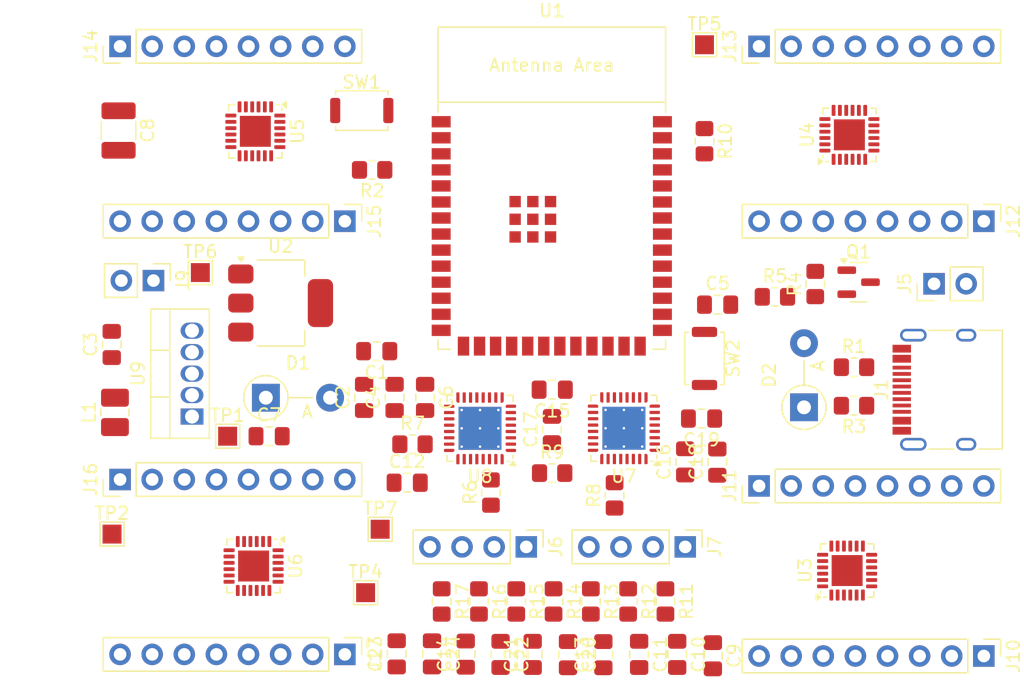
<source format=kicad_pcb>
(kicad_pcb (version 20240108) (generator "pcbnew") (generator_version "8.0")
  (layers (0 "F.Cu" signal) (31 "B.Cu" signal) (34 "B.Paste" user) (35 "F.Paste" user) (36 "B.SilkS" user "B.Silkscreen") (37 "F.SilkS" user "F.Silkscreen") (38 "B.Mask" user) (39 "F.Mask" user) (44 "Edge.Cuts" user))
  (net 0 "")
  (net 1 "Net-(U1-EN)")
  (net 2 "+3.3V")
  (net 3 "+5V")
  (net 4 "Net-(U1-GPIO0)")
  (net 5 "VS_1")
  (net 6 "VCP_1")
  (net 7 "5VOUT_1")
  (net 8 "Net-(U7-CPO)")
  (net 9 "Net-(U7-CPI)")
  (net 10 "Net-(U8-CPI)")
  (net 11 "Net-(U8-CPO)")
  (net 12 "VCP_2")
  (net 13 "5VOUT_2")
  (net 14 "Net-(D1-K)")
  (net 15 "Net-(D2-A)")
  (net 16 "Motor2_1")
  (net 17 "Motor1_1")
  (net 18 "Motor3_1")
  (net 19 "Motor4_1")
  (net 20 "Motor2_2")
  (net 21 "Motor1_2")
  (net 22 "Motor3_2")
  (net 23 "Motor4_2")
  (net 24 "Net-(Q1-G)")
  (net 25 "Net-(J1-CC2)")
  (net 26 "Net-(J1-CC1)")
  (net 27 "MAGCT")
  (net 28 "Net-(U8-BRB)")
  (net 29 "Net-(U8-BRA)")
  (net 30 "Net-(U7-BRB)")
  (net 31 "Net-(U7-BRA)")
  (net 32 "DIR_1")
  (net 34 "UART_1")
  (net 36 "UART_2")
  (net 38 "ENN_1")
  (net 46 "STEP_2")
  (net 49 "DIR_2")
  (net 51 "ENN_2")
  (net 53 "STEP_1")
  (net 72 "/D+")
  (net 74 "/D-")
  (net 77 "Net-(J10-Pin_1)")
  (net 78 "Net-(J10-Pin_5)")
  (net 79 "Net-(J10-Pin_4)")
  (net 80 "Net-(J10-Pin_2)")
  (net 81 "Net-(J10-Pin_7)")
  (net 82 "Net-(J10-Pin_8)")
  (net 83 "Net-(J10-Pin_3)")
  (net 84 "Net-(J10-Pin_6)")
  (net 85 "Net-(J11-Pin_7)")
  (net 86 "Net-(J11-Pin_2)")
  (net 87 "Net-(J11-Pin_5)")
  (net 88 "Net-(J11-Pin_1)")
  (net 89 "Net-(J11-Pin_3)")
  (net 90 "Net-(J11-Pin_6)")
  (net 91 "Net-(J11-Pin_4)")
  (net 92 "Net-(J11-Pin_8)")
  (net 93 "Net-(J12-Pin_5)")
  (net 94 "Net-(J12-Pin_3)")
  (net 95 "Net-(J12-Pin_4)")
  (net 96 "Net-(J12-Pin_2)")
  (net 97 "Net-(J12-Pin_8)")
  (net 98 "Net-(J12-Pin_1)")
  (net 99 "Net-(J12-Pin_7)")
  (net 100 "Net-(J12-Pin_6)")
  (net 101 "Net-(J13-Pin_6)")
  (net 102 "Net-(J13-Pin_7)")
  (net 103 "Net-(J13-Pin_8)")
  (net 104 "Net-(J13-Pin_5)")
  (net 105 "Net-(J13-Pin_4)")
  (net 106 "Net-(J13-Pin_1)")
  (net 107 "Net-(J13-Pin_3)")
  (net 108 "Net-(J13-Pin_2)")
  (net 109 "Net-(J14-Pin_4)")
  (net 110 "Net-(J14-Pin_3)")
  (net 111 "Net-(J14-Pin_2)")
  (net 112 "Net-(J14-Pin_6)")
  (net 113 "Net-(J14-Pin_7)")
  (net 114 "Net-(J14-Pin_8)")
  (net 115 "Net-(J14-Pin_5)")
  (net 116 "Net-(J14-Pin_1)")
  (net 117 "Net-(J15-Pin_3)")
  (net 118 "Net-(J15-Pin_5)")
  (net 119 "Net-(J15-Pin_4)")
  (net 120 "Net-(J15-Pin_1)")
  (net 121 "Net-(J15-Pin_2)")
  (net 122 "Net-(J15-Pin_6)")
  (net 123 "Net-(J15-Pin_7)")
  (net 124 "Net-(J15-Pin_8)")
  (net 125 "Net-(J16-Pin_5)")
  (net 126 "Net-(J16-Pin_6)")
  (net 127 "Net-(J16-Pin_3)")
  (net 128 "Net-(J16-Pin_4)")
  (net 129 "Net-(J16-Pin_7)")
  (net 130 "Net-(J16-Pin_1)")
  (net 131 "Net-(J16-Pin_2)")
  (net 132 "Net-(J16-Pin_8)")
  (net 133 "Net-(J17-Pin_3)")
  (net 134 "Net-(J17-Pin_5)")
  (net 135 "Net-(J17-Pin_2)")
  (net 136 "Net-(J17-Pin_6)")
  (net 137 "Net-(J17-Pin_1)")
  (net 138 "Net-(J17-Pin_8)")
  (net 139 "Net-(J17-Pin_7)")
  (net 140 "Net-(J17-Pin_4)")
  (net 141 "SCL")
  (footprint "Capacitor_SMD:C_0805_2012Metric_Pad1.18x1.45mm_HandSolder" (layer "F.Cu") (at 106.2775 105.283 180)
    (property "Reference" "C1" (at 0 -1.68 0) (layer "F.SilkS"))
    (property "Value" ".1uF")
    (pad "1" smd roundrect (at -1.0375 0 180) (size 1.175 1.45) (layers "F.Cu" "F.Paste" "F.Mask") (roundrect_rratio 0.212766) (net 2 "+3.3V"))
    (pad "2" smd roundrect (at 1.0375 0 180) (size 1.175 1.45) (layers "F.Cu" "F.Paste" "F.Mask") (roundrect_rratio 0.212766) (net 1 "Net-(U1-EN)"))
  )
  (footprint "TestPoint:TestPoint_Pad_1.5x1.5mm" (layer "F.Cu") (at 94.488 112.014)
    (property "Reference" "TP1" (at 0 -1.648 0) (layer "F.SilkS"))
    (property "Value" "PowerSupply_TestPoint")
    (pad "1" smd rect (at 0 0) (size 1.5 1.5) (layers "F.Cu" "F.Mask") (net 5 "VS_1"))
  )
  (footprint "Package_DFN_QFN:WQFN-24-1EP_4x4mm_P0.5mm_EP2.45x2.45mm" (layer "F.Cu") (at 96.54 122.289 -90)
    (property "Reference" "U6" (at 0 -3.33 90) (layer "F.SilkS"))
    (property "Value" "TCA9535RTWR" (hide yes))
    (pad "1" smd roundrect (at -1.9375 -1.25 270) (size 0.875 0.3) (layers "F.Cu" "F.Paste" "F.Mask") (net 132 "Net-(J16-Pin_8)"))
    (pad "2" smd roundrect (at -1.9375 -0.75 270) (size 0.875 0.3) (layers "F.Cu" "F.Paste" "F.Mask") (net 129 "Net-(J16-Pin_7)"))
    (pad "3" smd roundrect (at -1.9375 -0.25 270) (size 0.875 0.3) (layers "F.Cu" "F.Paste" "F.Mask") (net 126 "Net-(J16-Pin_6)"))
    (pad "4" smd roundrect (at -1.9375 0.25 270) (size 0.875 0.3) (layers "F.Cu" "F.Paste" "F.Mask") (net 125 "Net-(J16-Pin_5)"))
    (pad "5" smd roundrect (at -1.9375 0.75 270) (size 0.875 0.3) (layers "F.Cu" "F.Paste" "F.Mask") (net 128 "Net-(J16-Pin_4)"))
    (pad "6" smd roundrect (at -1.9375 1.25 270) (size 0.875 0.3) (layers "F.Cu" "F.Paste" "F.Mask") (net 127 "Net-(J16-Pin_3)"))
    (pad "7" smd roundrect (at -1.25 1.9375 270) (size 0.3 0.875) (layers "F.Cu" "F.Paste" "F.Mask") (net 131 "Net-(J16-Pin_2)"))
    (pad "8" smd roundrect (at -0.75 1.9375 270) (size 0.3 0.875) (layers "F.Cu" "F.Paste" "F.Mask") (net 130 "Net-(J16-Pin_1)"))
    (pad "9" smd roundrect (at -0.25 1.9375 270) (size 0.3 0.875) (layers "F.Cu" "F.Paste" "F.Mask") (net 2 "+3.3V"))
    (pad "10" smd roundrect (at 0.25 1.9375 270) (size 0.3 0.875) (layers "F.Cu" "F.Paste" "F.Mask") (net 138 "Net-(J17-Pin_8)"))
    (pad "11" smd roundrect (at 0.75 1.9375 270) (size 0.3 0.875) (layers "F.Cu" "F.Paste" "F.Mask") (net 139 "Net-(J17-Pin_7)"))
    (pad "12" smd roundrect (at 1.25 1.9375 270) (size 0.3 0.875) (layers "F.Cu" "F.Paste" "F.Mask") (net 136 "Net-(J17-Pin_6)"))
    (pad "13" smd roundrect (at 1.9375 1.25 270) (size 0.875 0.3) (layers "F.Cu" "F.Paste" "F.Mask") (net 134 "Net-(J17-Pin_5)"))
    (pad "14" smd roundrect (at 1.9375 0.75 270) (size 0.875 0.3) (layers "F.Cu" "F.Paste" "F.Mask") (net 140 "Net-(J17-Pin_4)"))
    (pad "15" smd roundrect (at 1.9375 0.25 270) (size 0.875 0.3) (layers "F.Cu" "F.Paste" "F.Mask") (net 133 "Net-(J17-Pin_3)"))
    (pad "16" smd roundrect (at 1.9375 -0.25 270) (size 0.875 0.3) (layers "F.Cu" "F.Paste" "F.Mask") (net 135 "Net-(J17-Pin_2)"))
    (pad "17" smd roundrect (at 1.9375 -0.75 270) (size 0.875 0.3) (layers "F.Cu" "F.Paste" "F.Mask") (net 137 "Net-(J17-Pin_1)"))
    (pad "18" smd roundrect (at 1.9375 -1.25 270) (size 0.875 0.3) (layers "F.Cu" "F.Paste" "F.Mask") (net 2 "+3.3V"))
    (pad "19" smd roundrect (at 1.25 -1.9375 270) (size 0.3 0.875) (layers "F.Cu" "F.Paste" "F.Mask") (net 141 "SCL"))
    (pad "20" smd roundrect (at 0.75 -1.9375 270) (size 0.3 0.875) (layers "F.Cu" "F.Paste" "F.Mask") (net 141 "SCL"))
    (pad "21" smd roundrect (at 0.25 -1.9375 270) (size 0.3 0.875) (layers "F.Cu" "F.Paste" "F.Mask") (net 2 "+3.3V"))
    (pad "22" smd roundrect (at -0.25 -1.9375 270) (size 0.3 0.875) (layers "F.Cu" "F.Paste" "F.Mask"))
    (pad "23" smd roundrect (at -0.75 -1.9375 270) (size 0.3 0.875) (layers "F.Cu" "F.Paste" "F.Mask") (net 2 "+3.3V"))
    (pad "24" smd roundrect (at -1.25 -1.9375 270) (size 0.3 0.875) (layers "F.Cu" "F.Paste" "F.Mask") (net 2 "+3.3V"))
    (pad "25" smd rect (at 0 0 270) (size 2.45 2.45) (property pad_prop_heatsink) (layers "F.Cu" "F.Mask") (net 2 "+3.3V"))
  )
  (footprint "Connector_PinHeader_2.54mm:PinHeader_1x08_P2.54mm_Vertical" (layer "F.Cu") (at 85.979 81.153 90)
    (property "Reference" "J14" (at 0 -2.33 90) (layer "F.SilkS"))
    (property "Value" "Conn_01x08_Pin" (hide yes))
    (pad "1" thru_hole rect (at 0 0 90) (size 1.7 1.7) (drill 1) (layers "*.Cu" "*.Mask") (net 116 "Net-(J14-Pin_1)"))
    (pad "2" thru_hole oval (at 0 2.54 90) (size 1.7 1.7) (drill 1) (layers "*.Cu" "*.Mask") (net 111 "Net-(J14-Pin_2)"))
    (pad "3" thru_hole oval (at 0 5.08 90) (size 1.7 1.7) (drill 1) (layers "*.Cu" "*.Mask") (net 110 "Net-(J14-Pin_3)"))
    (pad "4" thru_hole oval (at 0 7.62 90) (size 1.7 1.7) (drill 1) (layers "*.Cu" "*.Mask") (net 109 "Net-(J14-Pin_4)"))
    (pad "5" thru_hole oval (at 0 10.16 90) (size 1.7 1.7) (drill 1) (layers "*.Cu" "*.Mask") (net 115 "Net-(J14-Pin_5)"))
    (pad "6" thru_hole oval (at 0 12.7 90) (size 1.7 1.7) (drill 1) (layers "*.Cu" "*.Mask") (net 112 "Net-(J14-Pin_6)"))
    (pad "7" thru_hole oval (at 0 15.24 90) (size 1.7 1.7) (drill 1) (layers "*.Cu" "*.Mask") (net 113 "Net-(J14-Pin_7)"))
    (pad "8" thru_hole oval (at 0 17.78 90) (size 1.7 1.7) (drill 1) (layers "*.Cu" "*.Mask") (net 114 "Net-(J14-Pin_8)"))
  )
  (footprint "TestPoint:TestPoint_Pad_1.5x1.5mm" (layer "F.Cu") (at 105.4 124.4)
    (property "Reference" "TP4" (at 0 -1.648 0) (layer "F.SilkS"))
    (property "Value" "AfterEM_TestPoint")
    (pad "1" smd rect (at 0 0) (size 1.5 1.5) (layers "F.Cu" "F.Mask") (net 2 "+3.3V"))
  )
  (footprint "Capacitor_SMD:C_0805_2012Metric_Pad1.18x1.45mm_HandSolder" (layer "F.Cu") (at 121.412 129.3075 -90)
    (property "Reference" "C20" (at 0 -1.68 90) (layer "F.SilkS"))
    (property "Value" "22uF")
    (pad "1" smd roundrect (at -1.0375 0 270) (size 1.175 1.45) (layers "F.Cu" "F.Paste" "F.Mask") (roundrect_rratio 0.212766) (net 5 "VS_1"))
    (pad "2" smd roundrect (at 1.0375 0 270) (size 1.175 1.45) (layers "F.Cu" "F.Paste" "F.Mask") (roundrect_rratio 0.212766) (net 2 "+3.3V"))
  )
  (footprint "Connector_PinHeader_2.54mm:PinHeader_1x08_P2.54mm_Vertical" (layer "F.Cu") (at 136.525 81.153 90)
    (property "Reference" "J13" (at 0 -2.33 90) (layer "F.SilkS"))
    (property "Value" "Conn_01x08_Pin" (hide yes))
    (pad "1" thru_hole rect (at 0 0 90) (size 1.7 1.7) (drill 1) (layers "*.Cu" "*.Mask") (net 106 "Net-(J13-Pin_1)"))
    (pad "2" thru_hole oval (at 0 2.54 90) (size 1.7 1.7) (drill 1) (layers "*.Cu" "*.Mask") (net 108 "Net-(J13-Pin_2)"))
    (pad "3" thru_hole oval (at 0 5.08 90) (size 1.7 1.7) (drill 1) (layers "*.Cu" "*.Mask") (net 107 "Net-(J13-Pin_3)"))
    (pad "4" thru_hole oval (at 0 7.62 90) (size 1.7 1.7) (drill 1) (layers "*.Cu" "*.Mask") (net 105 "Net-(J13-Pin_4)"))
    (pad "5" thru_hole oval (at 0 10.16 90) (size 1.7 1.7) (drill 1) (layers "*.Cu" "*.Mask") (net 104 "Net-(J13-Pin_5)"))
    (pad "6" thru_hole oval (at 0 12.7 90) (size 1.7 1.7) (drill 1) (layers "*.Cu" "*.Mask") (net 101 "Net-(J13-Pin_6)"))
    (pad "7" thru_hole oval (at 0 15.24 90) (size 1.7 1.7) (drill 1) (layers "*.Cu" "*.Mask") (net 102 "Net-(J13-Pin_7)"))
    (pad "8" thru_hole oval (at 0 17.78 90) (size 1.7 1.7) (drill 1) (layers "*.Cu" "*.Mask") (net 103 "Net-(J13-Pin_8)"))
  )
  (footprint "Resistor_SMD:R_0805_2012Metric_Pad1.20x1.40mm_HandSolder" (layer "F.Cu") (at 105.918 90.932 180)
    (property "Reference" "R2" (at 0 -1.65 0) (layer "F.SilkS"))
    (property "Value" "10k")
    (pad "1" smd roundrect (at -1 0 180) (size 1.2 1.4) (layers "F.Cu" "F.Paste" "F.Mask") (roundrect_rratio 0.208333) (net 2 "+3.3V"))
    (pad "2" smd roundrect (at 1 0 180) (size 1.2 1.4) (layers "F.Cu" "F.Paste" "F.Mask") (roundrect_rratio 0.208333) (net 1 "Net-(U1-EN)"))
  )
  (footprint "TestPoint:TestPoint_Pad_1.5x1.5mm" (layer "F.Cu") (at 92.329 99.06)
    (property "Reference" "TP6" (at 0 -1.648 0) (layer "F.SilkS"))
    (property "Value" "TMC_Input1_TestPoint")
    (pad "1" smd rect (at 0 0) (size 1.5 1.5) (layers "F.Cu" "F.Mask") (net 5 "VS_1"))
  )
  (footprint "Capacitor_SMD:C_0805_2012Metric_Pad1.18x1.45mm_HandSolder" (layer "F.Cu") (at 132.87 129.3915 -90)
    (property "Reference" "C9" (at 0 -1.68 90) (layer "F.SilkS"))
    (property "Value" "22uF")
    (pad "1" smd roundrect (at -1.0375 0 270) (size 1.175 1.45) (layers "F.Cu" "F.Paste" "F.Mask") (roundrect_rratio 0.212766) (net 5 "VS_1"))
    (pad "2" smd roundrect (at 1.0375 0 270) (size 1.175 1.45) (layers "F.Cu" "F.Paste" "F.Mask") (roundrect_rratio 0.212766) (net 2 "+3.3V"))
  )
  (footprint "Capacitor_SMD:C_0805_2012Metric_Pad1.18x1.45mm_HandSolder" (layer "F.Cu") (at 118.618 129.286 90)
    (property "Reference" "C21" (at 0 -1.68 90) (layer "F.SilkS"))
    (property "Value" "22uF")
    (pad "1" smd roundrect (at -1.0375 0 90) (size 1.175 1.45) (layers "F.Cu" "F.Paste" "F.Mask") (roundrect_rratio 0.212766) (net 2 "+3.3V"))
    (pad "2" smd roundrect (at 1.0375 0 90) (size 1.175 1.45) (layers "F.Cu" "F.Paste" "F.Mask") (roundrect_rratio 0.212766) (net 5 "VS_1"))
  )
  (footprint "Connector_PinHeader_2.54mm:PinHeader_1x08_P2.54mm_Vertical" (layer "F.Cu") (at 103.759 94.996 -90)
    (property "Reference" "J15" (at 0 -2.33 90) (layer "F.SilkS"))
    (property "Value" "Conn_01x08_Pin" (hide yes))
    (pad "1" thru_hole rect (at 0 0 270) (size 1.7 1.7) (drill 1) (layers "*.Cu" "*.Mask") (net 120 "Net-(J15-Pin_1)"))
    (pad "2" thru_hole oval (at 0 2.54 270) (size 1.7 1.7) (drill 1) (layers "*.Cu" "*.Mask") (net 121 "Net-(J15-Pin_2)"))
    (pad "3" thru_hole oval (at 0 5.08 270) (size 1.7 1.7) (drill 1) (layers "*.Cu" "*.Mask") (net 117 "Net-(J15-Pin_3)"))
    (pad "4" thru_hole oval (at 0 7.62 270) (size 1.7 1.7) (drill 1) (layers "*.Cu" "*.Mask") (net 119 "Net-(J15-Pin_4)"))
    (pad "5" thru_hole oval (at 0 10.16 270) (size 1.7 1.7) (drill 1) (layers "*.Cu" "*.Mask") (net 118 "Net-(J15-Pin_5)"))
    (pad "6" thru_hole oval (at 0 12.7 270) (size 1.7 1.7) (drill 1) (layers "*.Cu" "*.Mask") (net 122 "Net-(J15-Pin_6)"))
    (pad "7" thru_hole oval (at 0 15.24 270) (size 1.7 1.7) (drill 1) (layers "*.Cu" "*.Mask") (net 123 "Net-(J15-Pin_7)"))
    (pad "8" thru_hole oval (at 0 17.78 270) (size 1.7 1.7) (drill 1) (layers "*.Cu" "*.Mask") (net 124 "Net-(J15-Pin_8)"))
  )
  (footprint "Resistor_SMD:R_0805_2012Metric_Pad1.20x1.40mm_HandSolder" (layer "F.Cu") (at 123.219 125.095 -90)
    (property "Reference" "R13" (at 0 -1.65 90) (layer "F.SilkS"))
    (property "Value" "10k")
    (pad "1" smd roundrect (at -1 0 270) (size 1.2 1.4) (layers "F.Cu" "F.Paste" "F.Mask") (roundrect_rratio 0.208333) (net 2 "+3.3V"))
    (pad "2" smd roundrect (at 1 0 270) (size 1.2 1.4) (layers "F.Cu" "F.Paste" "F.Mask") (roundrect_rratio 0.208333) (net 141 "SCL"))
  )
  (footprint "Package_DFN_QFN:TQFN-32-1EP_5x5mm_P0.5mm_EP3.4x3.4mm_ThermalVias" (layer "F.Cu") (at 125.8325 111.383 180)
    (property "Reference" "U7" (at 0 -3.8 180) (layer "F.SilkS"))
    (property "Value" "TMC2208-LA" (hide yes))
    (pad "1" smd custom (at -2.4375 -1.75 180) (size 0.18636 0.18636) (layers "F.Cu" "F.Paste" "F.Mask") (net 23 "Motor4_2") (options (clearance outline) (anchor circle)) (primitives (gr_poly (pts (xy -0.35 -0.0625) (xy 0.296612 -0.0625) (xy 0.35 -0.009112) (xy 0.35 0.0625) (xy -0.35 0.0625)) (width 0.125) (fill yes))))
    (pad "2" smd roundrect (at -2.4375 -1.25 180) (size 0.825 0.25) (layers "F.Cu" "F.Paste" "F.Mask") (net 51 "ENN_2"))
    (pad "3" smd roundrect (at -2.4375 -0.75 180) (size 0.825 0.25) (layers "F.Cu" "F.Paste" "F.Mask") (net 2 "+3.3V"))
    (pad "4" smd roundrect (at -2.4375 -0.25 180) (size 0.825 0.25) (layers "F.Cu" "F.Paste" "F.Mask") (net 8 "Net-(U7-CPO)"))
    (pad "5" smd roundrect (at -2.4375 0.25 180) (size 0.825 0.25) (layers "F.Cu" "F.Paste" "F.Mask") (net 9 "Net-(U7-CPI)"))
    (pad "6" smd roundrect (at -2.4375 0.75 180) (size 0.825 0.25) (layers "F.Cu" "F.Paste" "F.Mask") (net 12 "VCP_2"))
    (pad "7" smd roundrect (at -2.4375 1.25 180) (size 0.825 0.25) (layers "F.Cu" "F.Paste" "F.Mask"))
    (pad "8" smd custom (at -2.4375 1.75 180) (size 0.18636 0.18636) (layers "F.Cu" "F.Paste" "F.Mask") (net 13 "5VOUT_2") (options (clearance outline) (anchor circle)) (primitives (gr_poly (pts (xy -0.35 -0.0625) (xy 0.35 -0.0625) (xy 0.35 0.009112) (xy 0.296612 0.0625) (xy -0.35 0.0625)) (width 0.125) (fill yes))))
    (pad "9" smd custom (at -1.75 2.4375 180) (size 0.18636 0.18636) (layers "F.Cu" "F.Paste" "F.Mask") (options (clearance outline) (anchor circle)) (primitives (gr_poly (pts (xy -0.0625 -0.296612) (xy -0.009112 -0.35) (xy 0.0625 -0.35) (xy 0.0625 0.35) (xy -0.0625 0.35)) (width 0.125) (fill yes))))
    (pad "10" smd roundrect (at -1.25 2.4375 180) (size 0.25 0.825) (layers "F.Cu" "F.Paste" "F.Mask"))
    (pad "11" smd roundrect (at -0.75 2.4375 180) (size 0.25 0.825) (layers "F.Cu" "F.Paste" "F.Mask"))
    (pad "12" smd roundrect (at -0.25 2.4375 180) (size 0.25 0.825) (layers "F.Cu" "F.Paste" "F.Mask"))
    (pad "13" smd roundrect (at 0.25 2.4375 180) (size 0.25 0.825) (layers "F.Cu" "F.Paste" "F.Mask"))
    (pad "14" smd roundrect (at 0.75 2.4375 180) (size 0.25 0.825) (layers "F.Cu" "F.Paste" "F.Mask") (net 36 "UART_2"))
    (pad "15" smd roundrect (at 1.25 2.4375 180) (size 0.25 0.825) (layers "F.Cu" "F.Paste" "F.Mask") (net 2 "+3.3V"))
    (pad "16" smd custom (at 1.75 2.4375 180) (size 0.18636 0.18636) (layers "F.Cu" "F.Paste" "F.Mask") (net 46 "STEP_2") (options (clearance outline) (anchor circle)) (primitives (gr_poly (pts (xy -0.0625 -0.35) (xy 0.009112 -0.35) (xy 0.0625 -0.296612) (xy 0.0625 0.35) (xy -0.0625 0.35)) (width 0.125) (fill yes))))
    (pad "17" smd custom (at 2.4375 1.75 180) (size 0.18636 0.18636) (layers "F.Cu" "F.Paste" "F.Mask") (options (clearance outline) (anchor circle)) (primitives (gr_poly (pts (xy -0.35 -0.0625) (xy 0.35 -0.0625) (xy 0.35 0.0625) (xy -0.296612 0.0625) (xy -0.35 0.009112)) (width 0.125) (fill yes))))
    (pad "18" smd roundrect (at 2.4375 1.25 180) (size 0.825 0.25) (layers "F.Cu" "F.Paste" "F.Mask") (net 2 "+3.3V"))
    (pad "19" smd roundrect (at 2.4375 0.75 180) (size 0.825 0.25) (layers "F.Cu" "F.Paste" "F.Mask") (net 49 "DIR_2"))
    (pad "20" smd roundrect (at 2.4375 0.25 180) (size 0.825 0.25) (layers "F.Cu" "F.Paste" "F.Mask"))
    (pad "21" smd roundrect (at 2.4375 -0.25 180) (size 0.825 0.25) (layers "F.Cu" "F.Paste" "F.Mask") (net 20 "Motor2_2"))
    (pad "22" smd roundrect (at 2.4375 -0.75 180) (size 0.825 0.25) (layers "F.Cu" "F.Paste" "F.Mask") (net 5 "VS_1"))
    (pad "23" smd roundrect (at 2.4375 -1.25 180) (size 0.825 0.25) (layers "F.Cu" "F.Paste" "F.Mask") (net 31 "Net-(U7-BRA)"))
    (pad "24" smd custom (at 2.4375 -1.75 180) (size 0.18636 0.18636) (layers "F.Cu" "F.Paste" "F.Mask") (net 21 "Motor1_2") (options (clearance outline) (anchor circle)) (primitives (gr_poly (pts (xy -0.35 -0.009112) (xy -0.296612 -0.0625) (xy 0.35 -0.0625) (xy 0.35 0.0625) (xy -0.35 0.0625)) (width 0.125) (fill yes))))
    (pad "25" smd custom (at 1.75 -2.4375 180) (size 0.18636 0.18636) (layers "F.Cu" "F.Paste" "F.Mask") (options (clearance outline) (anchor circle)) (primitives (gr_poly (pts (xy -0.0625 -0.35) (xy 0.0625 -0.35) (xy 0.0625 0.296612) (xy 0.009112 0.35) (xy -0.0625 0.35)) (width 0.125) (fill yes))))
    (pad "26" smd roundrect (at 1.25 -2.4375 180) (size 0.25 0.825) (layers "F.Cu" "F.Paste" "F.Mask") (net 22 "Motor3_2"))
    (pad "27" smd roundrect (at 0.75 -2.4375 180) (size 0.25 0.825) (layers "F.Cu" "F.Paste" "F.Mask") (net 30 "Net-(U7-BRB)"))
    (pad "28" smd roundrect (at 0.25 -2.4375 180) (size 0.25 0.825) (layers "F.Cu" "F.Paste" "F.Mask") (net 5 "VS_1"))
    (pad "29" smd roundrect (at -0.25 -2.4375 180) (size 0.25 0.825) (layers "F.Cu" "F.Paste" "F.Mask"))
    (pad "30" smd roundrect (at -0.75 -2.4375 180) (size 0.25 0.825) (layers "F.Cu" "F.Paste" "F.Mask"))
    (pad "31" smd roundrect (at -1.25 -2.4375 180) (size 0.25 0.825) (layers "F.Cu" "F.Paste" "F.Mask"))
    (pad "32" smd custom (at -1.75 -2.4375 180) (size 0.18636 0.18636) (layers "F.Cu" "F.Paste" "F.Mask") (options (clearance outline) (anchor circle)) (primitives (gr_poly (pts (xy -0.0625 -0.35) (xy 0.0625 -0.35) (xy 0.0625 0.35) (xy -0.009112 0.35) (xy -0.0625 0.296612)) (width 0.125) (fill yes))))
    (pad "33" thru_hole circle (at -1.45 -1.45 180) (size 0.5 0.5) (drill 0.2) (property pad_prop_heatsink) (layers "*.Cu"))
    (pad "33" thru_hole circle (at -1.45 0 180) (size 0.5 0.5) (drill 0.2) (property pad_prop_heatsink) (layers "*.Cu"))
    (pad "33" thru_hole circle (at -1.45 1.45 180) (size 0.5 0.5) (drill 0.2) (property pad_prop_heatsink) (layers "*.Cu"))
    (pad "33" thru_hole circle (at 0 -1.45 180) (size 0.5 0.5) (drill 0.2) (property pad_prop_heatsink) (layers "*.Cu"))
    (pad "33" thru_hole circle (at 0 0 180) (size 0.5 0.5) (drill 0.2) (property pad_prop_heatsink) (layers "*.Cu"))
    (pad "33" smd rect (at 0 0 180) (size 3.4 3.4) (property pad_prop_heatsink) (layers "F.Cu" "F.Mask"))
    (pad "33" smd rect (at 0 0 180) (size 3.4 3.4) (property pad_prop_heatsink) (layers "B.Cu"))
    (pad "33" thru_hole circle (at 0 1.45 180) (size 0.5 0.5) (drill 0.2) (property pad_prop_heatsink) (layers "*.Cu"))
    (pad "33" thru_hole circle (at 1.45 -1.45 180) (size 0.5 0.5) (drill 0.2) (property pad_prop_heatsink) (layers "*.Cu"))
    (pad "33" thru_hole circle (at 1.45 0 180) (size 0.5 0.5) (drill 0.2) (property pad_prop_heatsink) (layers "*.Cu"))
    (pad "33" thru_hole circle (at 1.45 1.45 180) (size 0.5 0.5) (drill 0.2) (property pad_prop_heatsink) (layers "*.Cu"))
  )
  (footprint "TestPoint:TestPoint_Pad_1.5x1.5mm" (layer "F.Cu") (at 106.553 119.38)
    (property "Reference" "TP7" (at 0 -1.648 0) (layer "F.SilkS"))
    (property "Value" "TMC_Input2_TestPoint")
    (pad "1" smd rect (at 0 0) (size 1.5 1.5) (layers "F.Cu" "F.Mask") (net 5 "VS_1"))
  )
  (footprint "Capacitor_SMD:C_0805_2012Metric_Pad1.18x1.45mm_HandSolder" (layer "F.Cu") (at 120.142 111.4845 90)
    (property "Reference" "C17" (at 0 -1.68 90) (layer "F.SilkS"))
    (property "Value" "22nF")
    (pad "1" smd roundrect (at -1.0375 0 90) (size 1.175 1.45) (layers "F.Cu" "F.Paste" "F.Mask") (roundrect_rratio 0.212766) (net 11 "Net-(U8-CPO)"))
    (pad "2" smd roundrect (at 1.0375 0 90) (size 1.175 1.45) (layers "F.Cu" "F.Paste" "F.Mask") (roundrect_rratio 0.212766) (net 10 "Net-(U8-CPI)"))
  )
  (footprint "Connector_PinHeader_2.54mm:PinHeader_1x02_P2.54mm_Vertical" (layer "F.Cu") (at 150.368 99.949 90)
    (property "Reference" "J5" (at 0 -2.33 90) (layer "F.SilkS"))
    (property "Value" "Conn_01x02_Pin" (hide yes))
    (pad "1" thru_hole rect (at 0 0 90) (size 1.7 1.7) (drill 1) (layers "*.Cu" "*.Mask") (net 15 "Net-(D2-A)"))
    (pad "2" thru_hole oval (at 0 2.54 90) (size 1.7 1.7) (drill 1) (layers "*.Cu" "*.Mask") (net 3 "+5V"))
  )
  (footprint "Resistor_SMD:R_0805_2012Metric_Pad1.20x1.40mm_HandSolder" (layer "F.Cu") (at 120.158 114.935)
    (property "Reference" "R9" (at 0 -1.65 0) (layer "F.SilkS"))
    (property "Value" ".1")
    (pad "1" smd roundrect (at -1 0) (size 1.2 1.4) (layers "F.Cu" "F.Paste" "F.Mask") (roundrect_rratio 0.208333) (net 2 "+3.3V"))
    (pad "2" smd roundrect (at 1 0) (size 1.2 1.4) (layers "F.Cu" "F.Paste" "F.Mask") (roundrect_rratio 0.208333) (net 31 "Net-(U7-BRA)"))
  )
  (footprint "Capacitor_SMD:C_0805_2012Metric_Pad1.18x1.45mm_HandSolder" (layer "F.Cu") (at 113.322 129.2645 90)
    (property "Reference" "C14" (at 0 -1.68 90) (layer "F.SilkS"))
    (property "Value" "22uF")
    (pad "1" smd roundrect (at -1.0375 0 90) (size 1.175 1.45) (layers "F.Cu" "F.Paste" "F.Mask") (roundrect_rratio 0.212766) (net 2 "+3.3V"))
    (pad "2" smd roundrect (at 1.0375 0 90) (size 1.175 1.45) (layers "F.Cu" "F.Paste" "F.Mask") (roundrect_rratio 0.212766) (net 5 "VS_1"))
  )
  (footprint "Resistor_SMD:R_0805_2012Metric_Pad1.20x1.40mm_HandSolder" (layer "F.Cu") (at 115.316 116.475 90)
    (property "Reference" "R6" (at 0 -1.65 90) (layer "F.SilkS"))
    (property "Value" ".1")
    (pad "1" smd roundrect (at -1 0 90) (size 1.2 1.4) (layers "F.Cu" "F.Paste" "F.Mask") (roundrect_rratio 0.208333) (net 2 "+3.3V"))
    (pad "2" smd roundrect (at 1 0 90) (size 1.2 1.4) (layers "F.Cu" "F.Paste" "F.Mask") (roundrect_rratio 0.208333) (net 28 "Net-(U8-BRB)"))
  )
  (footprint "Package_TO_SOT_SMD:SOT-23" (layer "F.Cu") (at 144.399 99.822)
    (property "Reference" "Q1" (at 0 -2.4 0) (layer "F.SilkS"))
    (property "Value" "DMN3404L" (hide yes))
    (pad "1" smd roundrect (at -0.9375 -0.95) (size 1.475 0.6) (layers "F.Cu" "F.Paste" "F.Mask") (net 24 "Net-(Q1-G)"))
    (pad "2" smd roundrect (at -0.9375 0.95) (size 1.475 0.6) (layers "F.Cu" "F.Paste" "F.Mask") (net 2 "+3.3V"))
    (pad "3" smd roundrect (at 0.9375 0) (size 1.475 0.6) (layers "F.Cu" "F.Paste" "F.Mask") (net 15 "Net-(D2-A)"))
  )
  (footprint "Capacitor_SMD:C_0805_2012Metric_Pad1.18x1.45mm_HandSolder" (layer "F.Cu") (at 110.109 108.9445 -90)
    (property "Reference" "C6" (at 0 -1.68 90) (layer "F.SilkS"))
    (property "Value" "10uF")
    (pad "1" smd roundrect (at -1.0375 0 270) (size 1.175 1.45) (layers "F.Cu" "F.Paste" "F.Mask") (roundrect_rratio 0.212766) (net 2 "+3.3V"))
    (pad "2" smd roundrect (at 1.0375 0 270) (size 1.175 1.45) (layers "F.Cu" "F.Paste" "F.Mask") (roundrect_rratio 0.212766) (net 2 "+3.3V"))
  )
  (footprint "Capacitor_SMD:C_0805_2012Metric_Pad1.18x1.45mm_HandSolder" (layer "F.Cu") (at 120.1635 108.331 180)
    (property "Reference" "C15" (at 0 -1.68 0) (layer "F.SilkS"))
    (property "Value" "2.2uF")
    (pad "1" smd roundrect (at -1.0375 0 180) (size 1.175 1.45) (layers "F.Cu" "F.Paste" "F.Mask") (roundrect_rratio 0.212766) (net 2 "+3.3V"))
    (pad "2" smd roundrect (at 1.0375 0 180) (size 1.175 1.45) (layers "F.Cu" "F.Paste" "F.Mask") (roundrect_rratio 0.212766) (net 7 "5VOUT_1"))
  )
  (footprint "Connector_PinHeader_2.54mm:PinHeader_1x04_P2.54mm_Vertical" (layer "F.Cu") (at 130.683 120.777 -90)
    (property "Reference" "J7" (at 0 -2.33 -90) (layer "F.SilkS"))
    (property "Value" "Conn_01x04_Pin" (hide yes))
    (pad "1" thru_hole rect (at 0 0 270) (size 1.7 1.7) (drill 1) (layers "*.Cu" "*.Mask") (net 23 "Motor4_2"))
    (pad "2" thru_hole oval (at 0 2.54 270) (size 1.7 1.7) (drill 1) (layers "*.Cu" "*.Mask") (net 22 "Motor3_2"))
    (pad "3" thru_hole oval (at 0 5.08 270) (size 1.7 1.7) (drill 1) (layers "*.Cu" "*.Mask") (net 20 "Motor2_2"))
    (pad "4" thru_hole oval (at 0 7.62 270) (size 1.7 1.7) (drill 1) (layers "*.Cu" "*.Mask") (net 21 "Motor1_2"))
  )
  (footprint "Capacitor_SMD:C_1210_3225Metric_Pad1.33x2.70mm_HandSolder" (layer "F.Cu") (at 85.8595 87.8165 -90)
    (property "Reference" "C8" (at 0 -2.3 90) (layer "F.SilkS"))
    (property "Value" "330 uF")
    (pad "1" smd roundrect (at -1.5625 0 270) (size 1.325 2.7) (layers "F.Cu" "F.Paste" "F.Mask") (roundrect_rratio 0.188679) (net 3 "+5V"))
    (pad "2" smd roundrect (at 1.5625 0 270) (size 1.325 2.7) (layers "F.Cu" "F.Paste" "F.Mask") (roundrect_rratio 0.188679) (net 2 "+3.3V"))
  )
  (footprint "Resistor_SMD:R_0805_2012Metric_Pad1.20x1.40mm_HandSolder" (layer "F.Cu") (at 132.207 88.662 -90)
    (property "Reference" "R10" (at 0 -1.65 90) (layer "F.SilkS"))
    (property "Value" "10k")
    (pad "1" smd roundrect (at -1 0 270) (size 1.2 1.4) (layers "F.Cu" "F.Paste" "F.Mask") (roundrect_rratio 0.208333) (net 2 "+3.3V"))
    (pad "2" smd roundrect (at 1 0 270) (size 1.2 1.4) (layers "F.Cu" "F.Paste" "F.Mask") (roundrect_rratio 0.208333) (net 141 "SCL"))
  )
  (footprint "Capacitor_SMD:C_0805_2012Metric_Pad1.18x1.45mm_HandSolder" (layer "F.Cu") (at 127.038 129.286 -90)
    (property "Reference" "C11" (at 0 -1.68 90) (layer "F.SilkS"))
    (property "Value" "22uF")
    (pad "1" smd roundrect (at -1.0375 0 270) (size 1.175 1.45) (layers "F.Cu" "F.Paste" "F.Mask") (roundrect_rratio 0.212766) (net 5 "VS_1"))
    (pad "2" smd roundrect (at 1.0375 0 270) (size 1.175 1.45) (layers "F.Cu" "F.Paste" "F.Mask") (roundrect_rratio 0.212766) (net 2 "+3.3V"))
  )
  (footprint "Capacitor_SMD:C_0805_2012Metric_Pad1.18x1.45mm_HandSolder" (layer "F.Cu") (at 133.223 114.0675 90)
    (property "Reference" "C18" (at 0 -1.68 90) (layer "F.SilkS"))
    (property "Value" "100nF")
    (pad "1" smd roundrect (at -1.0375 0 90) (size 1.175 1.45) (layers "F.Cu" "F.Paste" "F.Mask") (roundrect_rratio 0.212766) (net 5 "VS_1"))
    (pad "2" smd roundrect (at 1.0375 0 90) (size 1.175 1.45) (layers "F.Cu" "F.Paste" "F.Mask") (roundrect_rratio 0.212766) (net 12 "VCP_2"))
  )
  (footprint "Package_TO_SOT_THT:TO-220-5_Vertical" (layer "F.Cu") (at 91.669 110.461 90)
    (property "Reference" "U9" (at 3.4 -4.27 90) (layer "F.SilkS"))
    (property "Value" "LM2575-5.0BT" (hide yes))
    (pad "1" thru_hole rect (at 0 0 90) (size 1.275 1.8) (drill 1.1) (layers "*.Cu" "*.Mask") (net 5 "VS_1"))
    (pad "2" thru_hole oval (at 1.7 0 90) (size 1.275 1.8) (drill 1.1) (layers "*.Cu" "*.Mask") (net 14 "Net-(D1-K)"))
    (pad "3" thru_hole oval (at 3.4 0 90) (size 1.275 1.8) (drill 1.1) (layers "*.Cu" "*.Mask") (net 2 "+3.3V"))
    (pad "4" thru_hole oval (at 5.1 0 90) (size 1.275 1.8) (drill 1.1) (layers "*.Cu" "*.Mask") (net 3 "+5V"))
    (pad "5" thru_hole oval (at 6.8 0 90) (size 1.275 1.8) (drill 1.1) (layers "*.Cu" "*.Mask") (net 2 "+3.3V"))
  )
  (footprint "Resistor_SMD:R_0805_2012Metric_Pad1.20x1.40mm_HandSolder" (layer "F.Cu") (at 137.779 100.981)
    (property "Reference" "R5" (at 0 -1.65 0) (layer "F.SilkS"))
    (property "Value" "10k")
    (pad "1" smd roundrect (at -1 0) (size 1.2 1.4) (layers "F.Cu" "F.Paste" "F.Mask") (roundrect_rratio 0.208333) (net 2 "+3.3V"))
    (pad "2" smd roundrect (at 1 0) (size 1.2 1.4) (layers "F.Cu" "F.Paste" "F.Mask") (roundrect_rratio 0.208333) (net 27 "MAGCT"))
  )
  (footprint "Capacitor_SMD:C_0805_2012Metric_Pad1.18x1.45mm_HandSolder" (layer "F.Cu") (at 107.696 108.9445 90)
    (property "Reference" "C4" (at 0 -1.68 90) (layer "F.SilkS"))
    (property "Value" ".1uF")
    (pad "1" smd roundrect (at -1.0375 0 90) (size 1.175 1.45) (layers "F.Cu" "F.Paste" "F.Mask") (roundrect_rratio 0.212766) (net 2 "+3.3V"))
    (pad "2" smd roundrect (at 1.0375 0 90) (size 1.175 1.45) (layers "F.Cu" "F.Paste" "F.Mask") (roundrect_rratio 0.212766) (net 2 "+3.3V"))
  )
  (footprint "Capacitor_SMD:C_0805_2012Metric_Pad1.18x1.45mm_HandSolder" (layer "F.Cu") (at 85.319 104.7535 90)
    (property "Reference" "C3" (at 0 -1.68 90) (layer "F.SilkS"))
    (property "Value" "100nF" (hide yes))
    (pad "1" smd roundrect (at -1.0375 0 90) (size 1.175 1.45) (layers "F.Cu" "F.Paste" "F.Mask") (roundrect_rratio 0.212766) (net 3 "+5V"))
    (pad "2" smd roundrect (at 1.0375 0 90) (size 1.175 1.45) (layers "F.Cu" "F.Paste" "F.Mask") (roundrect_rratio 0.212766) (net 2 "+3.3V"))
  )
  (footprint "Connector_PinHeader_2.54mm:PinHeader_1x08_P2.54mm_Vertical" (layer "F.Cu") (at 154.305 129.413 -90)
    (property "Reference" "J10" (at 0 -2.33 90) (layer "F.SilkS"))
    (property "Value" "Conn_01x08_Pin" (hide yes))
    (pad "1" thru_hole rect (at 0 0 270) (size 1.7 1.7) (drill 1) (layers "*.Cu" "*.Mask") (net 77 "Net-(J10-Pin_1)"))
    (pad "2" thru_hole oval (at 0 2.54 270) (size 1.7 1.7) (drill 1) (layers "*.Cu" "*.Mask") (net 80 "Net-(J10-Pin_2)"))
    (pad "3" thru_hole oval (at 0 5.08 270) (size 1.7 1.7) (drill 1) (layers "*.Cu" "*.Mask") (net 83 "Net-(J10-Pin_3)"))
    (pad "4" thru_hole oval (at 0 7.62 270) (size 1.7 1.7) (drill 1) (layers "*.Cu" "*.Mask") (net 79 "Net-(J10-Pin_4)"))
    (pad "5" thru_hole oval (at 0 10.16 270) (size 1.7 1.7) (drill 1) (layers "*.Cu" "*.Mask") (net 78 "Net-(J10-Pin_5)"))
    (pad "6" thru_hole oval (at 0 12.7 270) (size 1.7 1.7) (drill 1) (layers "*.Cu" "*.Mask") (net 84 "Net-(J10-Pin_6)"))
    (pad "7" thru_hole oval (at 0 15.24 270) (size 1.7 1.7) (drill 1) (layers "*.Cu" "*.Mask") (net 81 "Net-(J10-Pin_7)"))
    (pad "8" thru_hole oval (at 0 17.78 270) (size 1.7 1.7) (drill 1) (layers "*.Cu" "*.Mask") (net 82 "Net-(J10-Pin_8)"))
  )
  (footprint "Resistor_SMD:R_0805_2012Metric_Pad1.20x1.40mm_HandSolder" (layer "F.Cu") (at 126.169 125.095 -90)
    (property "Reference" "R12" (at 0 -1.65 90) (layer "F.SilkS"))
    (property "Value" "10k")
    (pad "1" smd roundrect (at -1 0 270) (size 1.2 1.4) (layers "F.Cu" "F.Paste" "F.Mask") (roundrect_rratio 0.208333) (net 2 "+3.3V"))
    (pad "2" smd roundrect (at 1 0 270) (size 1.2 1.4) (layers "F.Cu" "F.Paste" "F.Mask") (roundrect_rratio 0.208333) (net 141 "SCL"))
  )
  (footprint "Resistor_SMD:R_0805_2012Metric_Pad1.20x1.40mm_HandSolder" (layer "F.Cu") (at 125.095 116.697 90)
    (property "Reference" "R8" (at 0 -1.65 90) (layer "F.SilkS"))
    (property "Value" ".1")
    (pad "1" smd roundrect (at -1 0 90) (size 1.2 1.4) (layers "F.Cu" "F.Paste" "F.Mask") (roundrect_rratio 0.208333) (net 2 "+3.3V"))
    (pad "2" smd roundrect (at 1 0 90) (size 1.2 1.4) (layers "F.Cu" "F.Paste" "F.Mask") (roundrect_rratio 0.208333) (net 30 "Net-(U7-BRB)"))
  )
  (footprint "Capacitor_SMD:C_0805_2012Metric_Pad1.18x1.45mm_HandSolder" (layer "F.Cu") (at 133.2445 101.6)
    (property "Reference" "C5" (at 0 -1.68 0) (layer "F.SilkS"))
    (property "Value" ".1uF")
    (pad "1" smd roundrect (at -1.0375 0) (size 1.175 1.45) (layers "F.Cu" "F.Paste" "F.Mask") (roundrect_rratio 0.212766) (net 4 "Net-(U1-GPIO0)"))
    (pad "2" smd roundrect (at 1.0375 0) (size 1.175 1.45) (layers "F.Cu" "F.Paste" "F.Mask") (roundrect_rratio 0.212766) (net 2 "+3.3V"))
  )
  (footprint "Capacitor_SMD:C_0805_2012Metric_Pad1.18x1.45mm_HandSolder" (layer "F.Cu") (at 97.7685 112.014)
    (property "Reference" "C7" (at 0 -1.68 0) (layer "F.SilkS"))
    (property "Value" "100uF")
    (pad "1" smd roundrect (at -1.0375 0) (size 1.175 1.45) (layers "F.Cu" "F.Paste" "F.Mask") (roundrect_rratio 0.212766) (net 5 "VS_1"))
    (pad "2" smd roundrect (at 1.0375 0) (size 1.175 1.45) (layers "F.Cu" "F.Paste" "F.Mask") (roundrect_rratio 0.212766) (net 2 "+3.3V"))
  )
  (footprint "Capacitor_SMD:C_0805_2012Metric_Pad1.18x1.45mm_HandSolder" (layer "F.Cu") (at 131.9745 110.617 180)
    (property "Reference" "C19" (at 0 -1.68 0) (layer "F.SilkS"))
    (property "Value" "2.2uF")
    (pad "1" smd roundrect (at -1.0375 0 180) (size 1.175 1.45) (layers "F.Cu" "F.Paste" "F.Mask") (roundrect_rratio 0.212766) (net 2 "+3.3V"))
    (pad "2" smd roundrect (at 1.0375 0 180) (size 1.175 1.45) (layers "F.Cu" "F.Paste" "F.Mask") (roundrect_rratio 0.212766) (net 13 "5VOUT_2"))
  )
  (footprint "Capacitor_SMD:C_0805_2012Metric_Pad1.18x1.45mm_HandSolder" (layer "F.Cu") (at 130.683 114.046 90)
    (property "Reference" "C16" (at 0 -1.68 90) (layer "F.SilkS"))
    (property "Value" "22nF")
    (pad "1" smd roundrect (at -1.0375 0 90) (size 1.175 1.45) (layers "F.Cu" "F.Paste" "F.Mask") (roundrect_rratio 0.212766) (net 8 "Net-(U7-CPO)"))
    (pad "2" smd roundrect (at 1.0375 0 90) (size 1.175 1.45) (layers "F.Cu" "F.Paste" "F.Mask") (roundrect_rratio 0.212766) (net 9 "Net-(U7-CPI)"))
  )
  (footprint "Connector_PinHeader_2.54mm:PinHeader_1x04_P2.54mm_Vertical" (layer "F.Cu") (at 118.11 120.777 -90)
    (property "Reference" "J6" (at 0 -2.33 -90) (layer "F.SilkS"))
    (property "Value" "Conn_01x04_Pin" (hide yes))
    (pad "1" thru_hole rect (at 0 0 270) (size 1.7 1.7) (drill 1) (layers "*.Cu" "*.Mask") (net 19 "Motor4_1"))
    (pad "2" thru_hole oval (at 0 2.54 270) (size 1.7 1.7) (drill 1) (layers "*.Cu" "*.Mask") (net 18 "Motor3_1"))
    (pad "3" thru_hole oval (at 0 5.08 270) (size 1.7 1.7) (drill 1) (layers "*.Cu" "*.Mask") (net 16 "Motor2_1"))
    (pad "4" thru_hole oval (at 0 7.62 270) (size 1.7 1.7) (drill 1) (layers "*.Cu" "*.Mask") (net 17 "Motor1_1"))
  )
  (footprint "Capacitor_SMD:C_0805_2012Metric_Pad1.18x1.45mm_HandSolder" (layer "F.Cu") (at 105.283 108.9445 90)
    (property "Reference" "C2" (at 0 -1.68 90) (layer "F.SilkS"))
    (property "Value" "1uF")
    (pad "1" smd roundrect (at -1.0375 0 90) (size 1.175 1.45) (layers "F.Cu" "F.Paste" "F.Mask") (roundrect_rratio 0.212766) (net 2 "+3.3V"))
    (pad "2" smd roundrect (at 1.0375 0 90) (size 1.175 1.45) (layers "F.Cu" "F.Paste" "F.Mask") (roundrect_rratio 0.212766) (net 2 "+3.3V"))
  )
  (footprint "Package_DFN_QFN:WQFN-24-1EP_4x4mm_P0.5mm_EP2.45x2.45mm" (layer "F.Cu") (at 143.49 122.6495 90)
    (property "Reference" "U3" (at 0 -3.33 90) (layer "F.SilkS"))
    (property "Value" "TCA9535RTWR" (hide yes))
    (pad "1" smd roundrect (at -1.9375 -1.25 90) (size 0.875 0.3) (layers "F.Cu" "F.Paste" "F.Mask") (net 82 "Net-(J10-Pin_8)"))
    (pad "2" smd roundrect (at -1.9375 -0.75 90) (size 0.875 0.3) (layers "F.Cu" "F.Paste" "F.Mask") (net 81 "Net-(J10-Pin_7)"))
    (pad "3" smd roundrect (at -1.9375 -0.25 90) (size 0.875 0.3) (layers "F.Cu" "F.Paste" "F.Mask") (net 84 "Net-(J10-Pin_6)"))
    (pad "4" smd roundrect (at -1.9375 0.25 90) (size 0.875 0.3) (layers "F.Cu" "F.Paste" "F.Mask") (net 78 "Net-(J10-Pin_5)"))
    (pad "5" smd roundrect (at -1.9375 0.75 90) (size 0.875 0.3) (layers "F.Cu" "F.Paste" "F.Mask") (net 79 "Net-(J10-Pin_4)"))
    (pad "6" smd roundrect (at -1.9375 1.25 90) (size 0.875 0.3) (layers "F.Cu" "F.Paste" "F.Mask") (net 83 "Net-(J10-Pin_3)"))
    (pad "7" smd roundrect (at -1.25 1.9375 90) (size 0.3 0.875) (layers "F.Cu" "F.Paste" "F.Mask") (net 80 "Net-(J10-Pin_2)"))
    (pad "8" smd roundrect (at -0.75 1.9375 90) (size 0.3 0.875) (layers "F.Cu" "F.Paste" "F.Mask") (net 77 "Net-(J10-Pin_1)"))
    (pad "9" smd roundrect (at -0.25 1.9375 90) (size 0.3 0.875) (layers "F.Cu" "F.Paste" "F.Mask") (net 2 "+3.3V"))
    (pad "10" smd roundrect (at 0.25 1.9375 90) (size 0.3 0.875) (layers "F.Cu" "F.Paste" "F.Mask") (net 92 "Net-(J11-Pin_8)"))
    (pad "11" smd roundrect (at 0.75 1.9375 90) (size 0.3 0.875) (layers "F.Cu" "F.Paste" "F.Mask") (net 85 "Net-(J11-Pin_7)"))
    (pad "12" smd roundrect (at 1.25 1.9375 90) (size 0.3 0.875) (layers "F.Cu" "F.Paste" "F.Mask") (net 90 "Net-(J11-Pin_6)"))
    (pad "13" smd roundrect (at 1.9375 1.25 90) (size 0.875 0.3) (layers "F.Cu" "F.Paste" "F.Mask") (net 87 "Net-(J11-Pin_5)"))
    (pad "14" smd roundrect (at 1.9375 0.75 90) (size 0.875 0.3) (layers "F.Cu" "F.Paste" "F.Mask") (net 91 "Net-(J11-Pin_4)"))
    (pad "15" smd roundrect (at 1.9375 0.25 90) (size 0.875 0.3) (layers "F.Cu" "F.Paste" "F.Mask") (net 89 "Net-(J11-Pin_3)"))
    (pad "16" smd roundrect (at 1.9375 -0.25 90) (size 0.875 0.3) (layers "F.Cu" "F.Paste" "F.Mask") (net 86 "Net-(J11-Pin_2)"))
    (pad "17" smd roundrect (at 1.9375 -0.75 90) (size 0.875 0.3) (layers "F.Cu" "F.Paste" "F.Mask") (net 88 "Net-(J11-Pin_1)"))
    (pad "18" smd roundrect (at 1.9375 -1.25 90) (size 0.875 0.3) (layers "F.Cu" "F.Paste" "F.Mask") (net 2 "+3.3V"))
    (pad "19" smd roundrect (at 1.25 -1.9375 90) (size 0.3 0.875) (layers "F.Cu" "F.Paste" "F.Mask") (net 141 "SCL"))
    (pad "20" smd roundrect (at 0.75 -1.9375 90) (size 0.3 0.875) (layers "F.Cu" "F.Paste" "F.Mask") (net 141 "SCL"))
    (pad "21" smd roundrect (at 0.25 -1.9375 90) (size 0.3 0.875) (layers "F.Cu" "F.Paste" "F.Mask") (net 2 "+3.3V"))
    (pad "22" smd roundrect (at -0.25 -1.9375 90) (size 0.3 0.875) (layers "F.Cu" "F.Paste" "F.Mask"))
    (pad "23" smd roundrect (at -0.75 -1.9375 90) (size 0.3 0.875) (layers "F.Cu" "F.Paste" "F.Mask") (net 2 "+3.3V"))
    (pad "24" smd roundrect (at -1.25 -1.9375 90) (size 0.3 0.875) (layers "F.Cu" "F.Paste" "F.Mask") (net 2 "+3.3V"))
    (pad "25" smd rect (at 0 0 90) (size 2.45 2.45) (property pad_prop_heatsink) (layers "F.Cu" "F.Mask") (net 2 "+3.3V"))
  )
  (footprint "Package_DFN_QFN:TQFN-32-1EP_5x5mm_P0.5mm_EP3.4x3.4mm_ThermalVias" (layer "F.Cu") (at 114.4515 111.391 180)
    (property "Reference" "U8" (at 0 -3.8 180) (layer "F.SilkS"))
    (property "Value" "TMC2208-LA" (hide yes))
    (pad "1" smd custom (at -2.4375 -1.75 180) (size 0.18636 0.18636) (layers "F.Cu" "F.Paste" "F.Mask") (net 19 "Motor4_1") (options (clearance outline) (anchor circle)) (primitives (gr_poly (pts (xy -0.35 -0.0625) (xy 0.296612 -0.0625) (xy 0.35 -0.009112) (xy 0.35 0.0625) (xy -0.35 0.0625)) (width 0.125) (fill yes))))
    (pad "2" smd roundrect (at -2.4375 -1.25 180) (size 0.825 0.25) (layers "F.Cu" "F.Paste" "F.Mask") (net 38 "ENN_1"))
    (pad "3" smd roundrect (at -2.4375 -0.75 180) (size 0.825 0.25) (layers "F.Cu" "F.Paste" "F.Mask") (net 2 "+3.3V"))
    (pad "4" smd roundrect (at -2.4375 -0.25 180) (size 0.825 0.25) (layers "F.Cu" "F.Paste" "F.Mask") (net 11 "Net-(U8-CPO)"))
    (pad "5" smd roundrect (at -2.4375 0.25 180) (size 0.825 0.25) (layers "F.Cu" "F.Paste" "F.Mask") (net 10 "Net-(U8-CPI)"))
    (pad "6" smd roundrect (at -2.4375 0.75 180) (size 0.825 0.25) (layers "F.Cu" "F.Paste" "F.Mask") (net 6 "VCP_1"))
    (pad "7" smd roundrect (at -2.4375 1.25 180) (size 0.825 0.25) (layers "F.Cu" "F.Paste" "F.Mask"))
    (pad "8" smd custom (at -2.4375 1.75 180) (size 0.18636 0.18636) (layers "F.Cu" "F.Paste" "F.Mask") (net 7 "5VOUT_1") (options (clearance outline) (anchor circle)) (primitives (gr_poly (pts (xy -0.35 -0.0625) (xy 0.35 -0.0625) (xy 0.35 0.009112) (xy 0.296612 0.0625) (xy -0.35 0.0625)) (width 0.125) (fill yes))))
    (pad "9" smd custom (at -1.75 2.4375 180) (size 0.18636 0.18636) (layers "F.Cu" "F.Paste" "F.Mask") (options (clearance outline) (anchor circle)) (primitives (gr_poly (pts (xy -0.0625 -0.296612) (xy -0.009112 -0.35) (xy 0.0625 -0.35) (xy 0.0625 0.35) (xy -0.0625 0.35)) (width 0.125) (fill yes))))
    (pad "10" smd roundrect (at -1.25 2.4375 180) (size 0.25 0.825) (layers "F.Cu" "F.Paste" "F.Mask"))
    (pad "11" smd roundrect (at -0.75 2.4375 180) (size 0.25 0.825) (layers "F.Cu" "F.Paste" "F.Mask"))
    (pad "12" smd roundrect (at -0.25 2.4375 180) (size 0.25 0.825) (layers "F.Cu" "F.Paste" "F.Mask"))
    (pad "13" smd roundrect (at 0.25 2.4375 180) (size 0.25 0.825) (layers "F.Cu" "F.Paste" "F.Mask"))
    (pad "14" smd roundrect (at 0.75 2.4375 180) (size 0.25 0.825) (layers "F.Cu" "F.Paste" "F.Mask") (net 34 "UART_1"))
    (pad "15" smd roundrect (at 1.25 2.4375 180) (size 0.25 0.825) (layers "F.Cu" "F.Paste" "F.Mask") (net 2 "+3.3V"))
    (pad "16" smd custom (at 1.75 2.4375 180) (size 0.18636 0.18636) (layers "F.Cu" "F.Paste" "F.Mask") (net 53 "STEP_1") (options (clearance outline) (anchor circle)) (primitives (gr_poly (pts (xy -0.0625 -0.35) (xy 0.009112 -0.35) (xy 0.0625 -0.296612) (xy 0.0625 0.35) (xy -0.0625 0.35)) (width 0.125) (fill yes))))
    (pad "17" smd custom (at 2.4375 1.75 180) (size 0.18636 0.18636) (layers "F.Cu" "F.Paste" "F.Mask") (options (clearance outline) (anchor circle)) (primitives (gr_poly (pts (xy -0.35 -0.0625) (xy 0.35 -0.0625) (xy 0.35 0.0625) (xy -0.296612 0.0625) (xy -0.35 0.009112)) (width 0.125) (fill yes))))
    (pad "18" smd roundrect (at 2.4375 1.25 180) (size 0.825 0.25) (layers "F.Cu" "F.Paste" "F.Mask") (net 2 "+3.3V"))
    (pad "19" smd roundrect (at 2.4375 0.75 180) (size 0.825 0.25) (layers "F.Cu" "F.Paste" "F.Mask") (net 32 "DIR_1"))
    (pad "20" smd roundrect (at 2.4375 0.25 180) (size 0.825 0.25) (layers "F.Cu" "F.Paste" "F.Mask"))
    (pad "21" smd roundrect (at 2.4375 -0.25 180) (size 0.825 0.25) (layers "F.Cu" "F.Paste" "F.Mask") (net 16 "Motor2_1"))
    (pad "22" smd roundrect (at 2.4375 -0.75 180) (size 0.825 0.25) (layers "F.Cu" "F.Paste" "F.Mask") (net 5 "VS_1"))
    (pad "23" smd roundrect (at 2.4375 -1.25 180) (size 0.825 0.25) (layers "F.Cu" "F.Paste" "F.Mask") (net 29 "Net-(U8-BRA)"))
    (pad "24" smd custom (at 2.4375 -1.75 180) (size 0.18636 0.18636) (layers "F.Cu" "F.Paste" "F.Mask") (net 17 "Motor1_1") (options (clearance outline) (anchor circle)) (primitives (gr_poly (pts (xy -0.35 -0.009112) (xy -0.296612 -0.0625) (xy 0.35 -0.0625) (xy 0.35 0.0625) (xy -0.35 0.0625)) (width 0.125) (fill yes))))
    (pad "25" smd custom (at 1.75 -2.4375 180) (size 0.18636 0.18636) (layers "F.Cu" "F.Paste" "F.Mask") (options (clearance outline) (anchor circle)) (primitives (gr_poly (pts (xy -0.0625 -0.35) (xy 0.0625 -0.35) (xy 0.0625 0.296612) (xy 0.009112 0.35) (xy -0.0625 0.35)) (width 0.125) (fill yes))))
    (pad "26" smd roundrect (at 1.25 -2.4375 180) (size 0.25 0.825) (layers "F.Cu" "F.Paste" "F.Mask") (net 18 "Motor3_1"))
    (pad "27" smd roundrect (at 0.75 -2.4375 180) (size 0.25 0.825) (layers "F.Cu" "F.Paste" "F.Mask") (net 28 "Net-(U8-BRB)"))
    (pad "28" smd roundrect (at 0.25 -2.4375 180) (size 0.25 0.825) (layers "F.Cu" "F.Paste" "F.Mask") (net 5 "VS_1"))
    (pad "29" smd roundrect (at -0.25 -2.4375 180) (size 0.25 0.825) (layers "F.Cu" "F.Paste" "F.Mask"))
    (pad "30" smd roundrect (at -0.75 -2.4375 180) (size 0.25 0.825) (layers "F.Cu" "F.Paste" "F.Mask"))
    (pad "31" smd roundrect (at -1.25 -2.4375 180) (size 0.25 0.825) (layers "F.Cu" "F.Paste" "F.Mask"))
    (pad "32" smd custom (at -1.75 -2.4375 180) (size 0.18636 0.18636) (layers "F.Cu" "F.Paste" "F.Mask") (options (clearance outline) (anchor circle)) (primitives (gr_poly (pts (xy -0.0625 -0.35) (xy 0.0625 -0.35) (xy 0.0625 0.35) (xy -0.009112 0.35) (xy -0.0625 0.296612)) (width 0.125) (fill yes))))
    (pad "33" thru_hole circle (at -1.45 -1.45 180) (size 0.5 0.5) (drill 0.2) (property pad_prop_heatsink) (layers "*.Cu"))
    (pad "33" thru_hole circle (at -1.45 0 180) (size 0.5 0.5) (drill 0.2) (property pad_prop_heatsink) (layers "*.Cu"))
    (pad "33" thru_hole circle (at -1.45 1.45 180) (size 0.5 0.5) (drill 0.2) (property pad_prop_heatsink) (layers "*.Cu"))
    (pad "33" thru_hole circle (at 0 -1.45 180) (size 0.5 0.5) (drill 0.2) (property pad_prop_heatsink) (layers "*.Cu"))
    (pad "33" thru_hole circle (at 0 0 180) (size 0.5 0.5) (drill 0.2) (property pad_prop_heatsink) (layers "*.Cu"))
    (pad "33" smd rect (at 0 0 180) (size 3.4 3.4) (property pad_prop_heatsink) (layers "F.Cu" "F.Mask"))
    (pad "33" smd rect (at 0 0 180) (size 3.4 3.4) (property pad_prop_heatsink) (layers "B.Cu"))
    (pad "33" thru_hole circle (at 0 1.45 180) (size 0.5 0.5) (drill 0.2) (property pad_prop_heatsink) (layers "*.Cu"))
    (pad "33" thru_hole circle (at 1.45 -1.45 180) (size 0.5 0.5) (drill 0.2) (property pad_prop_heatsink) (layers "*.Cu"))
    (pad "33" thru_hole circle (at 1.45 0 180) (size 0.5 0.5) (drill 0.2) (property pad_prop_heatsink) (layers "*.Cu"))
    (pad "33" thru_hole circle (at 1.45 1.45 180) (size 0.5 0.5) (drill 0.2) (property pad_prop_heatsink) (layers "*.Cu"))
  )
  (footprint "Diode_THT:D_DO-41_SOD81_P5.08mm_Vertical_AnodeUp" (layer "F.Cu") (at 97.511 108.966)
    (property "Reference" "D1" (at 2.54 -2.750635 0) (layer "F.SilkS"))
    (property "Value" "1N5819" (hide yes))
    (fp_text user "A" (at 3.28 1.1 0) (layer "F.SilkS"))
    (pad "1" thru_hole rect (at 0 0) (size 2.2 2.2) (drill 1.1) (layers "*.Cu" "*.Mask") (net 14 "Net-(D1-K)"))
    (pad "2" thru_hole oval (at 5.08 0) (size 2.2 2.2) (drill 1.1) (layers "*.Cu" "*.Mask") (net 2 "+3.3V"))
  )
  (footprint "Package_DFN_QFN:WQFN-24-1EP_4x4mm_P0.5mm_EP2.45x2.45mm" (layer "F.Cu") (at 143.6695 88.158 90)
    (property "Reference" "U4" (at 0 -3.33 90) (layer "F.SilkS"))
    (property "Value" "TCA9535RTWR" (hide yes))
    (pad "1" smd roundrect (at -1.9375 -1.25 90) (size 0.875 0.3) (layers "F.Cu" "F.Paste" "F.Mask") (net 97 "Net-(J12-Pin_8)"))
    (pad "2" smd roundrect (at -1.9375 -0.75 90) (size 0.875 0.3) (layers "F.Cu" "F.Paste" "F.Mask") (net 99 "Net-(J12-Pin_7)"))
    (pad "3" smd roundrect (at -1.9375 -0.25 90) (size 0.875 0.3) (layers "F.Cu" "F.Paste" "F.Mask") (net 100 "Net-(J12-Pin_6)"))
    (pad "4" smd roundrect (at -1.9375 0.25 90) (size 0.875 0.3) (layers "F.Cu" "F.Paste" "F.Mask") (net 93 "Net-(J12-Pin_5)"))
    (pad "5" smd roundrect (at -1.9375 0.75 90) (size 0.875 0.3) (layers "F.Cu" "F.Paste" "F.Mask") (net 95 "Net-(J12-Pin_4)"))
    (pad "6" smd roundrect (at -1.9375 1.25 90) (size 0.875 0.3) (layers "F.Cu" "F.Paste" "F.Mask") (net 94 "Net-(J12-Pin_3)"))
    (pad "7" smd roundrect (at -1.25 1.9375 90) (size 0.3 0.875) (layers "F.Cu" "F.Paste" "F.Mask") (net 96 "Net-(J12-Pin_2)"))
    (pad "8" smd roundrect (at -0.75 1.9375 90) (size 0.3 0.875) (layers "F.Cu" "F.Paste" "F.Mask") (net 98 "Net-(J12-Pin_1)"))
    (pad "9" smd roundrect (at -0.25 1.9375 90) (size 0.3 0.875) (layers "F.Cu" "F.Paste" "F.Mask") (net 2 "+3.3V"))
    (pad "10" smd roundrect (at 0.25 1.9375 90) (size 0.3 0.875) (layers "F.Cu" "F.Paste" "F.Mask") (net 103 "Net-(J13-Pin_8)"))
    (pad "11" smd roundrect (at 0.75 1.9375 90) (size 0.3 0.875) (layers "F.Cu" "F.Paste" "F.Mask") (net 102 "Net-(J13-Pin_7)"))
    (pad "12" smd roundrect (at 1.25 1.9375 90) (size 0.3 0.875) (layers "F.Cu" "F.Paste" "F.Mask") (net 101 "Net-(J13-Pin_6)"))
    (pad "13" smd roundrect (at 1.9375 1.25 90) (size 0.875 0.3) (layers "F.Cu" "F.Paste" "F.Mask") (net 104 "Net-(J13-Pin_5)"))
    (pad "14" smd roundrect (at 1.9375 0.75 90) (size 0.875 0.3) (layers "F.Cu" "F.Paste" "F.Mask") (net 105 "Net-(J13-Pin_4)"))
    (pad "15" smd roundrect (at 1.9375 0.25 90) (size 0.875 0.3) (layers "F.Cu" "F.Paste" "F.Mask") (net 107 "Net-(J13-Pin_3)"))
    (pad "16" smd roundrect (at 1.9375 -0.25 90) (size 0.875 0.3) (layers "F.Cu" "F.Paste" "F.Mask") (net 108 "Net-(J13-Pin_2)"))
    (pad "17" smd roundrect (at 1.9375 -0.75 90) (size 0.875 0.3) (layers "F.Cu" "F.Paste" "F.Mask") (net 106 "Net-(J13-Pin_1)"))
    (pad "18" smd roundrect (at 1.9375 -1.25 90) (size 0.875 0.3) (layers "F.Cu" "F.Paste" "F.Mask") (net 2 "+3.3V"))
    (pad "19" smd roundrect (at 1.25 -1.9375 90) (size 0.3 0.875) (layers "F.Cu" "F.Paste" "F.Mask") (net 141 "SCL"))
    (pad "20" smd roundrect (at 0.75 -1.9375 90) (size 0.3 0.875) (layers "F.Cu" "F.Paste" "F.Mask") (net 141 "SCL"))
    (pad "21" smd roundrect (at 0.25 -1.9375 90) (size 0.3 0.875) (layers "F.Cu" "F.Paste" "F.Mask") (net 2 "+3.3V"))
    (pad "22" smd roundrect (at -0.25 -1.9375 90) (size 0.3 0.875) (layers "F.Cu" "F.Paste" "F.Mask"))
    (pad "23" smd roundrect (at -0.75 -1.9375 90) (size 0.3 0.875) (layers "F.Cu" "F.Paste" "F.Mask") (net 2 "+3.3V"))
    (pad "24" smd roundrect (at -1.25 -1.9375 90) (size 0.3 0.875) (layers "F.Cu" "F.Paste" "F.Mask") (net 2 "+3.3V"))
    (pad "25" smd rect (at 0 0 90) (size 2.45 2.45) (property pad_prop_heatsink) (layers "F.Cu" "F.Mask") (net 2 "+3.3V"))
  )
  (footprint "Button_Switch_SMD:SW_Push_SPST_NO_Alps_SKRK" (layer "F.Cu") (at 105.097 86.233)
    (property "Reference" "SW1" (at 0 -2.25 0) (layer "F.SilkS"))
    (property "Value" "Reset")
    (pad "1" smd roundrect (at -2.1 0) (size 0.8 2) (layers "F.Cu" "F.Paste" "F.Mask") (net 2 "+3.3V"))
    (pad "2" smd roundrect (at 2.1 0) (size 0.8 2) (layers "F.Cu" "F.Paste" "F.Mask") (net 1 "Net-(U1-EN)"))
  )
  (footprint "Capacitor_SMD:C_0805_2012Metric_Pad1.18x1.45mm_HandSolder" (layer "F.Cu") (at 116.078 129.286 -90)
    (property "Reference" "C22" (at 0 -1.68 90) (layer "F.SilkS"))
    (property "Value" "22uF")
    (pad "1" smd roundrect (at -1.0375 0 270) (size 1.175 1.45) (layers "F.Cu" "F.Paste" "F.Mask") (roundrect_rratio 0.212766) (net 5 "VS_1"))
    (pad "2" smd roundrect (at 1.0375 0 270) (size 1.175 1.45) (layers "F.Cu" "F.Paste" "F.Mask") (roundrect_rratio 0.212766) (net 2 "+3.3V"))
  )
  (footprint "Package_DFN_QFN:WQFN-24-1EP_4x4mm_P0.5mm_EP2.45x2.45mm" (layer "F.Cu") (at 96.6795 87.88 -90)
    (property "Reference" "U5" (at 0 -3.33 90) (layer "F.SilkS"))
    (property "Value" "TCA9535RTWR" (hide yes))
    (pad "1" smd roundrect (at -1.9375 -1.25 270) (size 0.875 0.3) (layers "F.Cu" "F.Paste" "F.Mask") (net 114 "Net-(J14-Pin_8)"))
    (pad "2" smd roundrect (at -1.9375 -0.75 270) (size 0.875 0.3) (layers "F.Cu" "F.Paste" "F.Mask") (net 113 "Net-(J14-Pin_7)"))
    (pad "3" smd roundrect (at -1.9375 -0.25 270) (size 0.875 0.3) (layers "F.Cu" "F.Paste" "F.Mask") (net 112 "Net-(J14-Pin_6)"))
    (pad "4" smd roundrect (at -1.9375 0.25 270) (size 0.875 0.3) (layers "F.Cu" "F.Paste" "F.Mask") (net 115 "Net-(J14-Pin_5)"))
    (pad "5" smd roundrect (at -1.9375 0.75 270) (size 0.875 0.3) (layers "F.Cu" "F.Paste" "F.Mask") (net 109 "Net-(J14-Pin_4)"))
    (pad "6" smd roundrect (at -1.9375 1.25 270) (size 0.875 0.3) (layers "F.Cu" "F.Paste" "F.Mask") (net 110 "Net-(J14-Pin_3)"))
    (pad "7" smd roundrect (at -1.25 1.9375 270) (size 0.3 0.875) (layers "F.Cu" "F.Paste" "F.Mask") (net 111 "Net-(J14-Pin_2)"))
    (pad "8" smd roundrect (at -0.75 1.9375 270) (size 0.3 0.875) (layers "F.Cu" "F.Paste" "F.Mask") (net 116 "Net-(J14-Pin_1)"))
    (pad "9" smd roundrect (at -0.25 1.9375 270) (size 0.3 0.875) (layers "F.Cu" "F.Paste" "F.Mask") (net 2 "+3.3V"))
    (pad "10" smd roundrect (at 0.25 1.9375 270) (size 0.3 0.875) (layers "F.Cu" "F.Paste" "F.Mask") (net 124 "Net-(J15-Pin_8)"))
    (pad "11" smd roundrect (at 0.75 1.9375 270) (size 0.3 0.875) (layers "F.Cu" "F.Paste" "F.Mask") (net 123 "Net-(J15-Pin_7)"))
    (pad "12" smd roundrect (at 1.25 1.9375 270) (size 0.3 0.875) (layers "F.Cu" "F.Paste" "F.Mask") (net 122 "Net-(J15-Pin_6)"))
    (pad "13" smd roundrect (at 1.9375 1.25 270) (size 0.875 0.3) (layers "F.Cu" "F.Paste" "F.Mask") (net 118 "Net-(J15-Pin_5)"))
    (pad "14" smd roundrect (at 1.9375 0.75 270) (size 0.875 0.3) (layers "F.Cu" "F.Paste" "F.Mask") (net 119 "Net-(J15-Pin_4)"))
    (pad "15" smd roundrect (at 1.9375 0.25 270) (size 0.875 0.3) (layers "F.Cu" "F.Paste" "F.Mask") (net 117 "Net-(J15-Pin_3)"))
    (pad "16" smd roundrect (at 1.9375 -0.25 270) (size 0.875 0.3) (layers "F.Cu" "F.Paste" "F.Mask") (net 121 "Net-(J15-Pin_2)"))
    (pad "17" smd roundrect (at 1.9375 -0.75 270) (size 0.875 0.3) (layers "F.Cu" "F.Paste" "F.Mask") (net 120 "Net-(J15-Pin_1)"))
    (pad "18" smd roundrect (at 1.9375 -1.25 270) (size 0.875 0.3) (layers "F.Cu" "F.Paste" "F.Mask") (net 2 "+3.3V"))
    (pad "19" smd roundrect (at 1.25 -1.9375 270) (size 0.3 0.875) (layers "F.Cu" "F.Paste" "F.Mask") (net 141 "SCL"))
    (pad "20" smd roundrect (at 0.75 -1.9375 270) (size 0.3 0.875) (layers "F.Cu" "F.Paste" "F.Mask") (net 141 "SCL"))
    (pad "21" smd roundrect (at 0.25 -1.9375 270) (size 0.3 0.875) (layers "F.Cu" "F.Paste" "F.Mask") (net 2 "+3.3V"))
    (pad "22" smd roundrect (at -0.25 -1.9375 270) (size 0.3 0.875) (layers "F.Cu" "F.Paste" "F.Mask"))
    (pad "23" smd roundrect (at -0.75 -1.9375 270) (size 0.3 0.875) (layers "F.Cu" "F.Paste" "F.Mask") (net 2 "+3.3V"))
    (pad "24" smd roundrect (at -1.25 -1.9375 270) (size 0.3 0.875) (layers "F.Cu" "F.Paste" "F.Mask") (net 2 "+3.3V"))
    (pad "25" smd rect (at 0 0 270) (size 2.45 2.45) (property pad_prop_heatsink) (layers "F.Cu" "F.Mask") (net 2 "+3.3V"))
  )
  (footprint "Connector_PinHeader_2.54mm:PinHeader_1x08_P2.54mm_Vertical" (layer "F.Cu") (at 85.979 115.443 90)
    (property "Reference" "J16" (at 0 -2.33 90) (layer "F.SilkS"))
    (property "Value" "Conn_01x08_Pin" (hide yes))
    (pad "1" thru_hole rect (at 0 0 90) (size 1.7 1.7) (drill 1) (layers "*.Cu" "*.Mask") (net 130 "Net-(J16-Pin_1)"))
    (pad "2" thru_hole oval (at 0 2.54 90) (size 1.7 1.7) (drill 1) (layers "*.Cu" "*.Mask") (net 131 "Net-(J16-Pin_2)"))
    (pad "3" thru_hole oval (at 0 5.08 90) (size 1.7 1.7) (drill 1) (layers "*.Cu" "*.Mask") (net 127 "Net-(J16-Pin_3)"))
    (pad "4" thru_hole oval (at 0 7.62 90) (size 1.7 1.7) (drill 1) (layers "*.Cu" "*.Mask") (net 128 "Net-(J16-Pin_4)"))
    (pad "5" thru_hole oval (at 0 10.16 90) (size 1.7 1.7) (drill 1) (layers "*.Cu" "*.Mask") (net 125 "Net-(J16-Pin_5)"))
    (pad "6" thru_hole oval (at 0 12.7 90) (size 1.7 1.7) (drill 1) (layers "*.Cu" "*.Mask") (net 126 "Net-(J16-Pin_6)"))
    (pad "7" thru_hole oval (at 0 15.24 90) (size 1.7 1.7) (drill 1) (layers "*.Cu" "*.Mask") (net 129 "Net-(J16-Pin_7)"))
    (pad "8" thru_hole oval (at 0 17.78 90) (size 1.7 1.7) (drill 1) (layers "*.Cu" "*.Mask") (net 132 "Net-(J16-Pin_8)"))
  )
  (footprint "Connector_PinHeader_2.54mm:PinHeader_1x02_P2.54mm_Vertical" (layer "F.Cu") (at 88.621 99.695 -90)
    (property "Reference" "J9" (at 0 -2.33 -90) (layer "F.SilkS"))
    (property "Value" "Conn_01x02_Pin" (hide yes))
    (pad "1" thru_hole rect (at 0 0 270) (size 1.7 1.7) (drill 1) (layers "*.Cu" "*.Mask") (net 5 "VS_1"))
    (pad "2" thru_hole oval (at 0 2.54 270) (size 1.7 1.7) (drill 1) (layers "*.Cu" "*.Mask") (net 2 "+3.3V"))
  )
  (footprint "Resistor_SMD:R_0805_2012Metric_Pad1.20x1.40mm_HandSolder" (layer "F.Cu") (at 144.034 109.601 180)
    (property "Reference" "R3" (at 0 -1.65 0) (layer "F.SilkS"))
    (property "Value" "5.1 k" (hide yes))
    (pad "1" smd roundrect (at -1 0 180) (size 1.2 1.4) (layers "F.Cu" "F.Paste" "F.Mask") (roundrect_rratio 0.208333) (net 26 "Net-(J1-CC1)"))
    (pad "2" smd roundrect (at 1 0 180) (size 1.2 1.4) (layers "F.Cu" "F.Paste" "F.Mask") (roundrect_rratio 0.208333) (net 2 "+3.3V"))
  )
  (footprint "Espressif:ESP32-S2-SOLO" (layer "F.Cu") (at 120.129 95.382)
    (property "Reference" "U1" (at 0 -17.05 0) (layer "F.SilkS"))
    (property "Value" "ESP32-S2-SOLO" (hide yes))
    (fp_text user "Antenna Area" (at 0 -12.75 0) (layer "F.SilkS"))
    (pad "1" smd rect (at -8.75 -8.26) (size 1.5 0.9) (layers "F.Cu" "F.Paste" "F.Mask") (net 2 "+3.3V"))
    (pad "2" smd rect (at -8.75 -6.99) (size 1.5 0.9) (layers "F.Cu" "F.Paste" "F.Mask") (net 2 "+3.3V"))
    (pad "3" smd rect (at -8.75 -5.72) (size 1.5 0.9) (layers "F.Cu" "F.Paste" "F.Mask") (net 1 "Net-(U1-EN)"))
    (pad "4" smd rect (at -8.75 -4.45) (size 1.5 0.9) (layers "F.Cu" "F.Paste" "F.Mask") (net 51 "ENN_2"))
    (pad "5" smd rect (at -8.75 -3.18) (size 1.5 0.9) (layers "F.Cu" "F.Paste" "F.Mask") (net 49 "DIR_2"))
    (pad "6" smd rect (at -8.75 -1.91) (size 1.5 0.9) (layers "F.Cu" "F.Paste" "F.Mask") (net 46 "STEP_2"))
    (pad "7" smd rect (at -8.75 -0.64) (size 1.5 0.9) (layers "F.Cu" "F.Paste" "F.Mask"))
    (pad "8" smd rect (at -8.75 0.63) (size 1.5 0.9) (layers "F.Cu" "F.Paste" "F.Mask"))
    (pad "9" smd rect (at -8.75 1.9) (size 1.5 0.9) (layers "F.Cu" "F.Paste" "F.Mask"))
    (pad "10" smd rect (at -8.75 3.17) (size 1.5 0.9) (layers "F.Cu" "F.Paste" "F.Mask"))
    (pad "11" smd rect (at -8.75 4.44) (size 1.5 0.9) (layers "F.Cu" "F.Paste" "F.Mask"))
    (pad "12" smd rect (at -8.75 5.71) (size 1.5 0.9) (layers "F.Cu" "F.Paste" "F.Mask"))
    (pad "13" smd rect (at -8.75 6.98) (size 1.5 0.9) (layers "F.Cu" "F.Paste" "F.Mask") (net 74 "/D-"))
    (pad "14" smd rect (at -8.75 8.25) (size 1.5 0.9) (layers "F.Cu" "F.Paste" "F.Mask") (net 72 "/D+"))
    (pad "15" smd rect (at -6.985 9.5 90) (size 1.5 0.9) (layers "F.Cu" "F.Paste" "F.Mask") (net 53 "STEP_1"))
    (pad "16" smd rect (at -5.715 9.5 90) (size 1.5 0.9) (layers "F.Cu" "F.Paste" "F.Mask"))
    (pad "17" smd rect (at -4.445 9.5 90) (size 1.5 0.9) (layers "F.Cu" "F.Paste" "F.Mask"))
    (pad "18" smd rect (at -3.175 9.5 90) (size 1.5 0.9) (layers "F.Cu" "F.Paste" "F.Mask") (net 27 "MAGCT"))
    (pad "19" smd rect (at -1.905 9.5 90) (size 1.5 0.9) (layers "F.Cu" "F.Paste" "F.Mask"))
    (pad "20" smd rect (at -0.635 9.5 90) (size 1.5 0.9) (layers "F.Cu" "F.Paste" "F.Mask"))
    (pad "21" smd rect (at 0.635 9.5 90) (size 1.5 0.9) (layers "F.Cu" "F.Paste" "F.Mask"))
    (pad "22" smd rect (at 1.905 9.5 90) (size 1.5 0.9) (layers "F.Cu" "F.Paste" "F.Mask"))
    (pad "23" smd rect (at 3.175 9.5 90) (size 1.5 0.9) (layers "F.Cu" "F.Paste" "F.Mask"))
    (pad "24" smd rect (at 4.445 9.5 90) (size 1.5 0.9) (layers "F.Cu" "F.Paste" "F.Mask") (net 141 "SCL"))
    (pad "25" smd rect (at 5.715 9.5 90) (size 1.5 0.9) (layers "F.Cu" "F.Paste" "F.Mask") (net 141 "SCL"))
    (pad "26" smd rect (at 6.985 9.5 90) (size 1.5 0.9) (layers "F.Cu" "F.Paste" "F.Mask"))
    (pad "27" smd rect (at 8.75 8.25 180) (size 1.5 0.9) (layers "F.Cu" "F.Paste" "F.Mask") (net 4 "Net-(U1-GPIO0)"))
    (pad "28" smd rect (at 8.75 6.98 180) (size 1.5 0.9) (layers "F.Cu" "F.Paste" "F.Mask"))
    (pad "29" smd rect (at 8.75 5.71 180) (size 1.5 0.9) (layers "F.Cu" "F.Paste" "F.Mask"))
    (pad "30" smd rect (at 8.75 4.44 180) (size 1.5 0.9) (layers "F.Cu" "F.Paste" "F.Mask"))
    (pad "31" smd rect (at 8.75 3.17 180) (size 1.5 0.9) (layers "F.Cu" "F.Paste" "F.Mask"))
    (pad "32" smd rect (at 8.75 1.9 180) (size 1.5 0.9) (layers "F.Cu" "F.Paste" "F.Mask"))
    (pad "33" smd rect (at 8.75 0.63 180) (size 1.5 0.9) (layers "F.Cu" "F.Paste" "F.Mask"))
    (pad "34" smd rect (at 8.75 -0.64 180) (size 1.5 0.9) (layers "F.Cu" "F.Paste" "F.Mask"))
    (pad "35" smd rect (at 8.75 -1.91 180) (size 1.5 0.9) (layers "F.Cu" "F.Paste" "F.Mask"))
    (pad "36" smd rect (at 8.75 -3.18 180) (size 1.5 0.9) (layers "F.Cu" "F.Paste" "F.Mask") (net 34 "UART_1"))
    (pad "37" smd rect (at 8.75 -4.45 180) (size 1.5 0.9) (layers "F.Cu" "F.Paste" "F.Mask") (net 36 "UART_2"))
    (pad "38" smd rect (at 8.75 -5.72 180) (size 1.5 0.9) (layers "F.Cu" "F.Paste" "F.Mask") (net 32 "DIR_1"))
    (pad "39" smd rect (at 8.75 -6.99 180) (size 1.5 0.9) (layers "F.Cu" "F.Paste" "F.Mask") (net 38 "ENN_1"))
    (pad "40" smd rect (at 8.75 -8.26 180) (size 1.5 0.9) (layers "F.Cu" "F.Paste" "F.Mask") (net 2 "+3.3V"))
    (pad "41" smd rect (at -2.9 -1.94 180) (size 0.9 0.9) (layers "F.Cu" "F.Paste" "F.Mask") (net 2 "+3.3V"))
    (pad "41" smd rect (at -2.9 -0.54 180) (size 0.9 0.9) (layers "F.Cu" "F.Paste" "F.Mask") (net 2 "+3.3V"))
    (pad "41" smd rect (at -2.9 0.86 180) (size 0.9 0.9) (layers "F.Cu" "F.Paste" "F.Mask") (net 2 "+3.3V"))
    (pad "41" smd rect (at -1.5 -1.94 180) (size 0.9 0.9) (layers "F.Cu" "F.Paste" "F.Mask") (net 2 "+3.3V"))
    (pad "41" smd rect (at -1.5 -0.54 180) (size 0.9 0.9) (layers "F.Cu" "F.Paste" "F.Mask") (net 2 "+3.3V"))
    (pad "41" smd rect (at -1.5 0.86 180) (size 0.9 0.9) (layers "F.Cu" "F.Paste" "F.Mask") (net 2 "+3.3V"))
    (pad "41" smd rect (at -0.1 -1.94 180) (size 0.9 0.9) (layers "F.Cu" "F.Paste" "F.Mask") (net 2 "+3.3V"))
    (pad "41" smd rect (at -0.1 -0.54 180) (size 0.9 0.9) (layers "F.Cu" "F.Paste" "F.Mask") (net 2 "+3.3V"))
    (pad "41" smd rect (at -0.1 0.86 180) (size 0.9 0.9) (layers "F.Cu" "F.Paste" "F.Mask") (net 2 "+3.3V"))
  )
  (footprint "Resistor_SMD:R_0805_2012Metric_Pad1.20x1.40mm_HandSolder" (layer "F.Cu") (at 120.269 125.095 -90)
    (property "Reference" "R14" (at 0 -1.65 90) (layer "F.SilkS"))
    (property "Value" "10k")
    (pad "1" smd roundrect (at -1 0 270) (size 1.2 1.4) (layers "F.Cu" "F.Paste" "F.Mask") (roundrect_rratio 0.208333) (net 2 "+3.3V"))
    (pad "2" smd roundrect (at 1 0 270) (size 1.2 1.4) (layers "F.Cu" "F.Paste" "F.Mask") (roundrect_rratio 0.208333) (net 141 "SCL"))
  )
  (footprint "Package_TO_SOT_SMD:SOT-223-3_TabPin2" (layer "F.Cu") (at 98.679 101.473)
    (property "Reference" "U2" (at 0 -4.5 0) (layer "F.SilkS"))
    (property "Value" "LD1117S33TR_SOT223" (hide yes))
    (pad "1" smd roundrect (at -3.15 -2.3) (size 2 1.5) (layers "F.Cu" "F.Paste" "F.Mask") (net 2 "+3.3V"))
    (pad "2" smd roundrect (at -3.15 0) (size 2 1.5) (layers "F.Cu" "F.Paste" "F.Mask") (net 2 "+3.3V"))
    (pad "2" smd roundrect (at 3.15 0) (size 2 3.8) (layers "F.Cu" "F.Paste" "F.Mask") (net 2 "+3.3V"))
    (pad "3" smd roundrect (at -3.15 2.3) (size 2 1.5) (layers "F.Cu" "F.Paste" "F.Mask") (net 3 "+5V"))
  )
  (footprint "Resistor_SMD:R_0805_2012Metric_Pad1.20x1.40mm_HandSolder" (layer "F.Cu") (at 117.319 125.095 -90)
    (property "Reference" "R15" (at 0 -1.65 90) (layer "F.SilkS"))
    (property "Value" "10k")
    (pad "1" smd roundrect (at -1 0 270) (size 1.2 1.4) (layers "F.Cu" "F.Paste" "F.Mask") (roundrect_rratio 0.208333) (net 2 "+3.3V"))
    (pad "2" smd roundrect (at 1 0 270) (size 1.2 1.4) (layers "F.Cu" "F.Paste" "F.Mask") (roundrect_rratio 0.208333) (net 141 "SCL"))
  )
  (footprint "Inductor_SMD:L_1008_2520Metric_Pad1.43x2.20mm_HandSolder" (layer "F.Cu") (at 85.573 110.1285 90)
    (property "Reference" "L1" (at 0 -2.05 90) (layer "F.SilkS"))
    (property "Value" "330uH" (hide yes))
    (pad "1" smd roundrect (at -1.1625 0 90) (size 1.425 2.2) (layers "F.Cu" "F.Paste" "F.Mask") (roundrect_rratio 0.175439) (net 14 "Net-(D1-K)"))
    (pad "2" smd roundrect (at 1.1625 0 90) (size 1.425 2.2) (layers "F.Cu" "F.Paste" "F.Mask") (roundrect_rratio 0.175439) (net 3 "+5V"))
  )
  (footprint "Connector_PinHeader_2.54mm:PinHeader_1x08_P2.54mm_Vertical" (layer "F.Cu") (at 103.759 129.286 -90)
    (property "Reference" "J17" (at 0 -2.33 90) (layer "F.SilkS"))
    (property "Value" "Conn_01x08_Pin" (hide yes))
    (pad "1" thru_hole rect (at 0 0 270) (size 1.7 1.7) (drill 1) (layers "*.Cu" "*.Mask") (net 137 "Net-(J17-Pin_1)"))
    (pad "2" thru_hole oval (at 0 2.54 270) (size 1.7 1.7) (drill 1) (layers "*.Cu" "*.Mask") (net 135 "Net-(J17-Pin_2)"))
    (pad "3" thru_hole oval (at 0 5.08 270) (size 1.7 1.7) (drill 1) (layers "*.Cu" "*.Mask") (net 133 "Net-(J17-Pin_3)"))
    (pad "4" thru_hole oval (at 0 7.62 270) (size 1.7 1.7) (drill 1) (layers "*.Cu" "*.Mask") (net 140 "Net-(J17-Pin_4)"))
    (pad "5" thru_hole oval (at 0 10.16 270) (size 1.7 1.7) (drill 1) (layers "*.Cu" "*.Mask") (net 134 "Net-(J17-Pin_5)"))
    (pad "6" thru_hole oval (at 0 12.7 270) (size 1.7 1.7) (drill 1) (layers "*.Cu" "*.Mask") (net 136 "Net-(J17-Pin_6)"))
    (pad "7" thru_hole oval (at 0 15.24 270) (size 1.7 1.7) (drill 1) (layers "*.Cu" "*.Mask") (net 139 "Net-(J17-Pin_7)"))
    (pad "8" thru_hole oval (at 0 17.78 270) (size 1.7 1.7) (drill 1) (layers "*.Cu" "*.Mask") (net 138 "Net-(J17-Pin_8)"))
  )
  (footprint "Diode_THT:D_DO-41_SOD81_P5.08mm_Vertical_AnodeUp" (layer "F.Cu") (at 140.081 109.728 90)
    (property "Reference" "D2" (at 2.54 -2.750635 90) (layer "F.SilkS"))
    (property "Value" "1N5819" (hide yes))
    (fp_text user "A" (at 3.28 1.1 90) (layer "F.SilkS"))
    (pad "1" thru_hole rect (at 0 0 90) (size 2.2 2.2) (drill 1.1) (layers "*.Cu" "*.Mask") (net 3 "+5V"))
    (pad "2" thru_hole oval (at 5.08 0 90) (size 2.2 2.2) (drill 1.1) (layers "*.Cu" "*.Mask") (net 15 "Net-(D2-A)"))
  )
  (footprint "Connector_PinHeader_2.54mm:PinHeader_1x08_P2.54mm_Vertical" (layer "F.Cu") (at 136.525 115.951 90)
    (property "Reference" "J11" (at 0 -2.33 90) (layer "F.SilkS"))
    (property "Value" "Conn_01x08_Pin" (hide yes))
    (pad "1" thru_hole rect (at 0 0 90) (size 1.7 1.7) (drill 1) (layers "*.Cu" "*.Mask") (net 88 "Net-(J11-Pin_1)"))
    (pad "2" thru_hole oval (at 0 2.54 90) (size 1.7 1.7) (drill 1) (layers "*.Cu" "*.Mask") (net 86 "Net-(J11-Pin_2)"))
    (pad "3" thru_hole oval (at 0 5.08 90) (size 1.7 1.7) (drill 1) (layers "*.Cu" "*.Mask") (net 89 "Net-(J11-Pin_3)"))
    (pad "4" thru_hole oval (at 0 7.62 90) (size 1.7 1.7) (drill 1) (layers "*.Cu" "*.Mask") (net 91 "Net-(J11-Pin_4)"))
    (pad "5" thru_hole oval (at 0 10.16 90) (size 1.7 1.7) (drill 1) (layers "*.Cu" "*.Mask") (net 87 "Net-(J11-Pin_5)"))
    (pad "6" thru_hole oval (at 0 12.7 90) (size 1.7 1.7) (drill 1) (layers "*.Cu" "*.Mask") (net 90 "Net-(J11-Pin_6)"))
    (pad "7" thru_hole oval (at 0 15.24 90) (size 1.7 1.7) (drill 1) (layers "*.Cu" "*.Mask") (net 85 "Net-(J11-Pin_7)"))
    (pad "8" thru_hole oval (at 0 17.78 90) (size 1.7 1.7) (drill 1) (layers "*.Cu" "*.Mask") (net 92 "Net-(J11-Pin_8)"))
  )
  (footprint "Resistor_SMD:R_0805_2012Metric_Pad1.20x1.40mm_HandSolder" (layer "F.Cu") (at 109.109 112.649)
    (property "Reference" "R7" (at 0 -1.65 0) (layer "F.SilkS"))
    (property "Value" ".1")
    (pad "1" smd roundrect (at -1 0) (size 1.2 1.4) (layers "F.Cu" "F.Paste" "F.Mask") (roundrect_rratio 0.208333) (net 2 "+3.3V"))
    (pad "2" smd roundrect (at 1 0) (size 1.2 1.4) (layers "F.Cu" "F.Paste" "F.Mask") (roundrect_rratio 0.208333) (net 29 "Net-(U8-BRA)"))
  )
  (footprint "Capacitor_SMD:C_0805_2012Metric_Pad1.18x1.45mm_HandSolder" (layer "F.Cu") (at 110.655 129.243 -90)
    (property "Reference" "C24" (at 0 -1.68 90) (layer "F.SilkS"))
    (property "Value" "22uF")
    (pad "1" smd roundrect (at -1.0375 0 270) (size 1.175 1.45) (layers "F.Cu" "F.Paste" "F.Mask") (roundrect_rratio 0.212766) (net 5 "VS_1"))
    (pad "2" smd roundrect (at 1.0375 0 270) (size 1.175 1.45) (layers "F.Cu" "F.Paste" "F.Mask") (roundrect_rratio 0.212766) (net 2 "+3.3V"))
  )
  (footprint "Resistor_SMD:R_0805_2012Metric_Pad1.20x1.40mm_HandSolder" (layer "F.Cu") (at 140.97 99.965 90)
    (property "Reference" "R4" (at 0 -1.65 90) (layer "F.SilkS"))
    (property "Value" "50")
    (pad "1" smd roundrect (at -1 0 90) (size 1.2 1.4) (layers "F.Cu" "F.Paste" "F.Mask") (roundrect_rratio 0.208333) (net 27 "MAGCT"))
    (pad "2" smd roundrect (at 1 0 90) (size 1.2 1.4) (layers "F.Cu" "F.Paste" "F.Mask") (roundrect_rratio 0.208333) (net 24 "Net-(Q1-G)"))
  )
  (footprint "Button_Switch_SMD:SW_Push_SPST_NO_Alps_SKRK" (layer "F.Cu") (at 132.207 105.859 -90)
    (property "Reference" "SW2" (at 0 -2.25 90) (layer "F.SilkS"))
    (property "Value" "Boot")
    (pad "1" smd roundrect (at -2.1 0 270) (size 0.8 2) (layers "F.Cu" "F.Paste" "F.Mask") (net 4 "Net-(U1-GPIO0)"))
    (pad "2" smd roundrect (at 2.1 0 270) (size 0.8 2) (layers "F.Cu" "F.Paste" "F.Mask") (net 2 "+3.3V"))
  )
  (footprint "Connector_USB:USB_C_Receptacle_HRO_TYPE-C-31-M-12" (layer "F.Cu") (at 151.858 108.333 90)
    (property "Reference" "J1" (at 0 -5.645 90) (layer "F.SilkS"))
    (property "Value" "USB_C_Receptacle_USB2.0" (hide yes))
    (pad "" np_thru_hole circle (at -2.89 -2.6 90) (size 0.65 0.65) (drill 0.65) (layers "*.Cu" "*.Mask"))
    (pad "" np_thru_hole circle (at 2.89 -2.6 90) (size 0.65 0.65) (drill 0.65) (layers "*.Cu" "*.Mask"))
    (pad "A1" smd rect (at -3.25 -4.045 90) (size 0.6 1.45) (layers "F.Cu" "F.Paste" "F.Mask") (net 2 "+3.3V"))
    (pad "A4" smd rect (at -2.45 -4.045 90) (size 0.6 1.45) (layers "F.Cu" "F.Paste" "F.Mask") (net 3 "+5V"))
    (pad "A5" smd rect (at -1.25 -4.045 90) (size 0.3 1.45) (layers "F.Cu" "F.Paste" "F.Mask") (net 26 "Net-(J1-CC1)"))
    (pad "A6" smd rect (at -0.25 -4.045 90) (size 0.3 1.45) (layers "F.Cu" "F.Paste" "F.Mask") (net 72 "/D+"))
    (pad "A7" smd rect (at 0.25 -4.045 90) (size 0.3 1.45) (layers "F.Cu" "F.Paste" "F.Mask") (net 74 "/D-"))
    (pad "A8" smd rect (at 1.25 -4.045 90) (size 0.3 1.45) (layers "F.Cu" "F.Paste" "F.Mask"))
    (pad "A9" smd rect (at 2.45 -4.045 90) (size 0.6 1.45) (layers "F.Cu" "F.Paste" "F.Mask") (net 3 "+5V"))
    (pad "A12" smd rect (at 3.25 -4.045 90) (size 0.6 1.45) (layers "F.Cu" "F.Paste" "F.Mask") (net 2 "+3.3V"))
    (pad "B1" smd rect (at 3.25 -4.045 90) (size 0.6 1.45) (layers "F.Cu" "F.Paste" "F.Mask") (net 2 "+3.3V"))
    (pad "B4" smd rect (at 2.45 -4.045 90) (size 0.6 1.45) (layers "F.Cu" "F.Paste" "F.Mask") (net 3 "+5V"))
    (pad "B5" smd rect (at 1.75 -4.045 90) (size 0.3 1.45) (layers "F.Cu" "F.Paste" "F.Mask") (net 25 "Net-(J1-CC2)"))
    (pad "B6" smd rect (at 0.75 -4.045 90) (size 0.3 1.45) (layers "F.Cu" "F.Paste" "F.Mask") (net 72 "/D+"))
    (pad "B7" smd rect (at -0.75 -4.045 90) (size 0.3 1.45) (layers "F.Cu" "F.Paste" "F.Mask") (net 74 "/D-"))
    (pad "B8" smd rect (at -1.75 -4.045 90) (size 0.3 1.45) (layers "F.Cu" "F.Paste" "F.Mask"))
    (pad "B9" smd rect (at -2.45 -4.045 90) (size 0.6 1.45) (layers "F.Cu" "F.Paste" "F.Mask") (net 3 "+5V"))
    (pad "B12" smd rect (at -3.25 -4.045 90) (size 0.6 1.45) (layers "F.Cu" "F.Paste" "F.Mask") (net 2 "+3.3V"))
    (pad "S1" thru_hole oval (at -4.32 -3.13 90) (size 1 2.1) (drill oval 0.6 1.7) (layers "*.Cu" "*.Mask") (net 2 "+3.3V"))
    (pad "S1" thru_hole oval (at -4.32 1.05 90) (size 1 1.6) (drill oval 0.6 1.2) (layers "*.Cu" "*.Mask") (net 2 "+3.3V"))
    (pad "S1" thru_hole oval (at 4.32 -3.13 90) (size 1 2.1) (drill oval 0.6 1.7) (layers "*.Cu" "*.Mask") (net 2 "+3.3V"))
    (pad "S1" thru_hole oval (at 4.32 1.05 90) (size 1 1.6) (drill oval 0.6 1.2) (layers "*.Cu" "*.Mask") (net 2 "+3.3V"))
  )
  (footprint "TestPoint:TestPoint_Pad_1.5x1.5mm" (layer "F.Cu") (at 85.344 119.761)
    (property "Reference" "TP2" (at 0 -1.648 0) (layer "F.SilkS"))
    (property "Value" "12VConverter_TestPoint")
    (pad "1" smd rect (at 0 0) (size 1.5 1.5) (layers "F.Cu" "F.Mask") (net 3 "+5V"))
  )
  (footprint "Capacitor_SMD:C_0805_2012Metric_Pad1.18x1.45mm_HandSolder" (layer "F.Cu") (at 124.206 129.3075 90)
    (property "Reference" "C13" (at 0 -1.68 90) (layer "F.SilkS"))
    (property "Value" "22uF")
    (pad "1" smd roundrect (at -1.0375 0 90) (size 1.175 1.45) (layers "F.Cu" "F.Paste" "F.Mask") (roundrect_rratio 0.212766) (net 2 "+3.3V"))
    (pad "2" smd roundrect (at 1.0375 0 90) (size 1.175 1.45) (layers "F.Cu" "F.Paste" "F.Mask") (roundrect_rratio 0.212766) (net 5 "VS_1"))
  )
  (footprint "Capacitor_SMD:C_0805_2012Metric_Pad1.18x1.45mm_HandSolder" (layer "F.Cu") (at 130.048 129.286 -90)
    (property "Reference" "C10" (at 0 -1.68 90) (layer "F.SilkS"))
    (property "Value" "22uF")
    (pad "1" smd roundrect (at -1.0375 0 270) (size 1.175 1.45) (layers "F.Cu" "F.Paste" "F.Mask") (roundrect_rratio 0.212766) (net 5 "VS_1"))
    (pad "2" smd roundrect (at 1.0375 0 270) (size 1.175 1.45) (layers "F.Cu" "F.Paste" "F.Mask") (roundrect_rratio 0.212766) (net 2 "+3.3V"))
  )
  (footprint "Resistor_SMD:R_0805_2012Metric_Pad1.20x1.40mm_HandSolder" (layer "F.Cu") (at 129.119 125.095 -90)
    (property "Reference" "R11" (at 0 -1.65 90) (layer "F.SilkS"))
    (property "Value" "10k")
    (pad "1" smd roundrect (at -1 0 270) (size 1.2 1.4) (layers "F.Cu" "F.Paste" "F.Mask") (roundrect_rratio 0.208333) (net 2 "+3.3V"))
    (pad "2" smd roundrect (at 1 0 270) (size 1.2 1.4) (layers "F.Cu" "F.Paste" "F.Mask") (roundrect_rratio 0.208333) (net 141 "SCL"))
  )
  (footprint "Connector_PinHeader_2.54mm:PinHeader_1x08_P2.54mm_Vertical" (layer "F.Cu") (at 154.305 94.996 -90)
    (property "Reference" "J12" (at 0 -2.33 90) (layer "F.SilkS"))
    (property "Value" "Conn_01x08_Pin" (hide yes))
    (pad "1" thru_hole rect (at 0 0 270) (size 1.7 1.7) (drill 1) (layers "*.Cu" "*.Mask") (net 98 "Net-(J12-Pin_1)"))
    (pad "2" thru_hole oval (at 0 2.54 270) (size 1.7 1.7) (drill 1) (layers "*.Cu" "*.Mask") (net 96 "Net-(J12-Pin_2)"))
    (pad "3" thru_hole oval (at 0 5.08 270) (size 1.7 1.7) (drill 1) (layers "*.Cu" "*.Mask") (net 94 "Net-(J12-Pin_3)"))
    (pad "4" thru_hole oval (at 0 7.62 270) (size 1.7 1.7) (drill 1) (layers "*.Cu" "*.Mask") (net 95 "Net-(J12-Pin_4)"))
    (pad "5" thru_hole oval (at 0 10.16 270) (size 1.7 1.7) (drill 1) (layers "*.Cu" "*.Mask") (net 93 "Net-(J12-Pin_5)"))
    (pad "6" thru_hole oval (at 0 12.7 270) (size 1.7 1.7) (drill 1) (layers "*.Cu" "*.Mask") (net 100 "Net-(J12-Pin_6)"))
    (pad "7" thru_hole oval (at 0 15.24 270) (size 1.7 1.7) (drill 1) (layers "*.Cu" "*.Mask") (net 99 "Net-(J12-Pin_7)"))
    (pad "8" thru_hole oval (at 0 17.78 270) (size 1.7 1.7) (drill 1) (layers "*.Cu" "*.Mask") (net 97 "Net-(J12-Pin_8)"))
  )
  (footprint "Capacitor_SMD:C_0805_2012Metric_Pad1.18x1.45mm_HandSolder" (layer "F.Cu") (at 107.861 129.243 90)
    (property "Reference" "C23" (at 0 -1.68 90) (layer "F.SilkS"))
    (property "Value" "22uF")
    (pad "1" smd roundrect (at -1.0375 0 90) (size 1.175 1.45) (layers "F.Cu" "F.Paste" "F.Mask") (roundrect_rratio 0.212766) (net 2 "+3.3V"))
    (pad "2" smd roundrect (at 1.0375 0 90) (size 1.175 1.45) (layers "F.Cu" "F.Paste" "F.Mask") (roundrect_rratio 0.212766) (net 5 "VS_1"))
  )
  (footprint "Capacitor_SMD:C_0805_2012Metric_Pad1.18x1.45mm_HandSolder" (layer "F.Cu") (at 108.6905 115.697)
    (property "Reference" "C12" (at 0 -1.68 0) (layer "F.SilkS"))
    (property "Value" "100nF")
    (pad "1" smd roundrect (at -1.0375 0) (size 1.175 1.45) (layers "F.Cu" "F.Paste" "F.Mask") (roundrect_rratio 0.212766) (net 5 "VS_1"))
    (pad "2" smd roundrect (at 1.0375 0) (size 1.175 1.45) (layers "F.Cu" "F.Paste" "F.Mask") (roundrect_rratio 0.212766) (net 6 "VCP_1"))
  )
  (footprint "TestPoint:TestPoint_Pad_1.5x1.5mm" (layer "F.Cu") (at 132.207 81.026)
    (property "Reference" "TP5" (at 0 -1.648 0) (layer "F.SilkS"))
    (property "Value" "3.3VConverter_TestPoint")
    (pad "1" smd rect (at 0 0) (size 1.5 1.5) (layers "F.Cu" "F.Mask") (net 2 "+3.3V"))
  )
  (footprint "Resistor_SMD:R_0805_2012Metric_Pad1.20x1.40mm_HandSolder" (layer "F.Cu") (at 111.419 125.095 -90)
    (property "Reference" "R17" (at 0 -1.65 90) (layer "F.SilkS"))
    (property "Value" "10k")
    (pad "1" smd roundrect (at -1 0 270) (size 1.2 1.4) (layers "F.Cu" "F.Paste" "F.Mask") (roundrect_rratio 0.208333) (net 2 "+3.3V"))
    (pad "2" smd roundrect (at 1 0 270) (size 1.2 1.4) (layers "F.Cu" "F.Paste" "F.Mask") (roundrect_rratio 0.208333) (net 141 "SCL"))
  )
  (footprint "Resistor_SMD:R_0805_2012Metric_Pad1.20x1.40mm_HandSolder" (layer "F.Cu") (at 144.034 106.553)
    (property "Reference" "R1" (at 0 -1.65 0) (layer "F.SilkS"))
    (property "Value" "5.1 k" (hide yes))
    (pad "1" smd roundrect (at -1 0) (size 1.2 1.4) (layers "F.Cu" "F.Paste" "F.Mask") (roundrect_rratio 0.208333) (net 2 "+3.3V"))
    (pad "2" smd roundrect (at 1 0) (size 1.2 1.4) (layers "F.Cu" "F.Paste" "F.Mask") (roundrect_rratio 0.208333) (net 25 "Net-(J1-CC2)"))
  )
  (footprint "Resistor_SMD:R_0805_2012Metric_Pad1.20x1.40mm_HandSolder" (layer "F.Cu") (at 114.369 125.095 -90)
    (property "Reference" "R16" (at 0 -1.65 90) (layer "F.SilkS"))
    (property "Value" "10k")
    (pad "1" smd roundrect (at -1 0 270) (size 1.2 1.4) (layers "F.Cu" "F.Paste" "F.Mask") (roundrect_rratio 0.208333) (net 2 "+3.3V"))
    (pad "2" smd roundrect (at 1 0 270) (size 1.2 1.4) (layers "F.Cu" "F.Paste" "F.Mask") (roundrect_rratio 0.208333) (net 141 "SCL"))
  )
)
</source>
